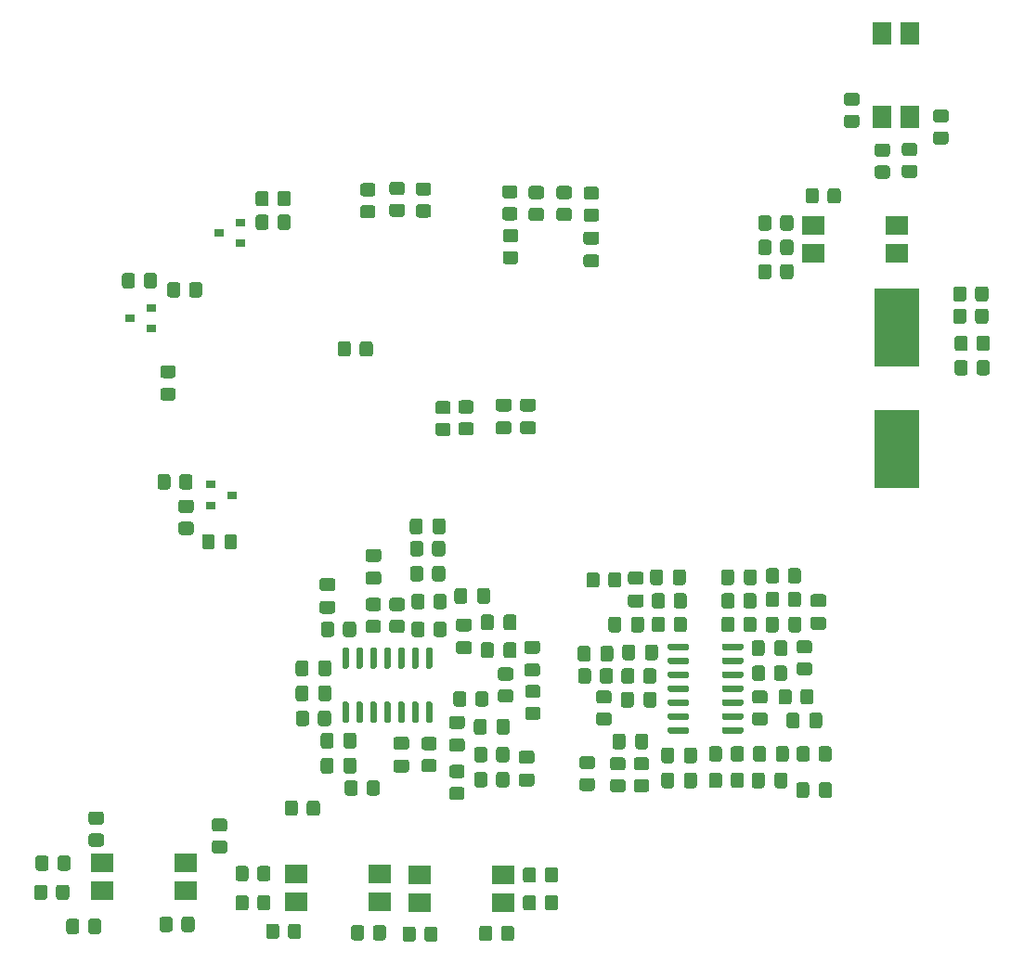
<source format=gbr>
%TF.GenerationSoftware,KiCad,Pcbnew,5.1.9-73d0e3b20d~88~ubuntu20.04.1*%
%TF.CreationDate,2021-04-06T10:54:45+03:00*%
%TF.ProjectId,hymRC,68796d52-432e-46b6-9963-61645f706362,rev?*%
%TF.SameCoordinates,Original*%
%TF.FileFunction,Paste,Bot*%
%TF.FilePolarity,Positive*%
%FSLAX46Y46*%
G04 Gerber Fmt 4.6, Leading zero omitted, Abs format (unit mm)*
G04 Created by KiCad (PCBNEW 5.1.9-73d0e3b20d~88~ubuntu20.04.1) date 2021-04-06 10:54:45*
%MOMM*%
%LPD*%
G01*
G04 APERTURE LIST*
%ADD10R,4.100000X7.175000*%
%ADD11R,2.000000X1.780000*%
%ADD12R,1.780000X2.000000*%
%ADD13R,0.900000X0.800000*%
G04 APERTURE END LIST*
%TO.C,U6*%
G36*
G01*
X85431500Y-91036000D02*
X85431500Y-91336000D01*
G75*
G02*
X85281500Y-91486000I-150000J0D01*
G01*
X83631500Y-91486000D01*
G75*
G02*
X83481500Y-91336000I0J150000D01*
G01*
X83481500Y-91036000D01*
G75*
G02*
X83631500Y-90886000I150000J0D01*
G01*
X85281500Y-90886000D01*
G75*
G02*
X85431500Y-91036000I0J-150000D01*
G01*
G37*
G36*
G01*
X85431500Y-92306000D02*
X85431500Y-92606000D01*
G75*
G02*
X85281500Y-92756000I-150000J0D01*
G01*
X83631500Y-92756000D01*
G75*
G02*
X83481500Y-92606000I0J150000D01*
G01*
X83481500Y-92306000D01*
G75*
G02*
X83631500Y-92156000I150000J0D01*
G01*
X85281500Y-92156000D01*
G75*
G02*
X85431500Y-92306000I0J-150000D01*
G01*
G37*
G36*
G01*
X85431500Y-93576000D02*
X85431500Y-93876000D01*
G75*
G02*
X85281500Y-94026000I-150000J0D01*
G01*
X83631500Y-94026000D01*
G75*
G02*
X83481500Y-93876000I0J150000D01*
G01*
X83481500Y-93576000D01*
G75*
G02*
X83631500Y-93426000I150000J0D01*
G01*
X85281500Y-93426000D01*
G75*
G02*
X85431500Y-93576000I0J-150000D01*
G01*
G37*
G36*
G01*
X85431500Y-94846000D02*
X85431500Y-95146000D01*
G75*
G02*
X85281500Y-95296000I-150000J0D01*
G01*
X83631500Y-95296000D01*
G75*
G02*
X83481500Y-95146000I0J150000D01*
G01*
X83481500Y-94846000D01*
G75*
G02*
X83631500Y-94696000I150000J0D01*
G01*
X85281500Y-94696000D01*
G75*
G02*
X85431500Y-94846000I0J-150000D01*
G01*
G37*
G36*
G01*
X85431500Y-96116000D02*
X85431500Y-96416000D01*
G75*
G02*
X85281500Y-96566000I-150000J0D01*
G01*
X83631500Y-96566000D01*
G75*
G02*
X83481500Y-96416000I0J150000D01*
G01*
X83481500Y-96116000D01*
G75*
G02*
X83631500Y-95966000I150000J0D01*
G01*
X85281500Y-95966000D01*
G75*
G02*
X85431500Y-96116000I0J-150000D01*
G01*
G37*
G36*
G01*
X85431500Y-97386000D02*
X85431500Y-97686000D01*
G75*
G02*
X85281500Y-97836000I-150000J0D01*
G01*
X83631500Y-97836000D01*
G75*
G02*
X83481500Y-97686000I0J150000D01*
G01*
X83481500Y-97386000D01*
G75*
G02*
X83631500Y-97236000I150000J0D01*
G01*
X85281500Y-97236000D01*
G75*
G02*
X85431500Y-97386000I0J-150000D01*
G01*
G37*
G36*
G01*
X85431500Y-98656000D02*
X85431500Y-98956000D01*
G75*
G02*
X85281500Y-99106000I-150000J0D01*
G01*
X83631500Y-99106000D01*
G75*
G02*
X83481500Y-98956000I0J150000D01*
G01*
X83481500Y-98656000D01*
G75*
G02*
X83631500Y-98506000I150000J0D01*
G01*
X85281500Y-98506000D01*
G75*
G02*
X85431500Y-98656000I0J-150000D01*
G01*
G37*
G36*
G01*
X90381500Y-98656000D02*
X90381500Y-98956000D01*
G75*
G02*
X90231500Y-99106000I-150000J0D01*
G01*
X88581500Y-99106000D01*
G75*
G02*
X88431500Y-98956000I0J150000D01*
G01*
X88431500Y-98656000D01*
G75*
G02*
X88581500Y-98506000I150000J0D01*
G01*
X90231500Y-98506000D01*
G75*
G02*
X90381500Y-98656000I0J-150000D01*
G01*
G37*
G36*
G01*
X90381500Y-97386000D02*
X90381500Y-97686000D01*
G75*
G02*
X90231500Y-97836000I-150000J0D01*
G01*
X88581500Y-97836000D01*
G75*
G02*
X88431500Y-97686000I0J150000D01*
G01*
X88431500Y-97386000D01*
G75*
G02*
X88581500Y-97236000I150000J0D01*
G01*
X90231500Y-97236000D01*
G75*
G02*
X90381500Y-97386000I0J-150000D01*
G01*
G37*
G36*
G01*
X90381500Y-96116000D02*
X90381500Y-96416000D01*
G75*
G02*
X90231500Y-96566000I-150000J0D01*
G01*
X88581500Y-96566000D01*
G75*
G02*
X88431500Y-96416000I0J150000D01*
G01*
X88431500Y-96116000D01*
G75*
G02*
X88581500Y-95966000I150000J0D01*
G01*
X90231500Y-95966000D01*
G75*
G02*
X90381500Y-96116000I0J-150000D01*
G01*
G37*
G36*
G01*
X90381500Y-94846000D02*
X90381500Y-95146000D01*
G75*
G02*
X90231500Y-95296000I-150000J0D01*
G01*
X88581500Y-95296000D01*
G75*
G02*
X88431500Y-95146000I0J150000D01*
G01*
X88431500Y-94846000D01*
G75*
G02*
X88581500Y-94696000I150000J0D01*
G01*
X90231500Y-94696000D01*
G75*
G02*
X90381500Y-94846000I0J-150000D01*
G01*
G37*
G36*
G01*
X90381500Y-93576000D02*
X90381500Y-93876000D01*
G75*
G02*
X90231500Y-94026000I-150000J0D01*
G01*
X88581500Y-94026000D01*
G75*
G02*
X88431500Y-93876000I0J150000D01*
G01*
X88431500Y-93576000D01*
G75*
G02*
X88581500Y-93426000I150000J0D01*
G01*
X90231500Y-93426000D01*
G75*
G02*
X90381500Y-93576000I0J-150000D01*
G01*
G37*
G36*
G01*
X90381500Y-92306000D02*
X90381500Y-92606000D01*
G75*
G02*
X90231500Y-92756000I-150000J0D01*
G01*
X88581500Y-92756000D01*
G75*
G02*
X88431500Y-92606000I0J150000D01*
G01*
X88431500Y-92306000D01*
G75*
G02*
X88581500Y-92156000I150000J0D01*
G01*
X90231500Y-92156000D01*
G75*
G02*
X90381500Y-92306000I0J-150000D01*
G01*
G37*
G36*
G01*
X90381500Y-91036000D02*
X90381500Y-91336000D01*
G75*
G02*
X90231500Y-91486000I-150000J0D01*
G01*
X88581500Y-91486000D01*
G75*
G02*
X88431500Y-91336000I0J150000D01*
G01*
X88431500Y-91036000D01*
G75*
G02*
X88581500Y-90886000I150000J0D01*
G01*
X90231500Y-90886000D01*
G75*
G02*
X90381500Y-91036000I0J-150000D01*
G01*
G37*
%TD*%
D10*
%TO.C,Y1*%
X104394000Y-73165000D03*
X104394000Y-62090000D03*
%TD*%
D11*
%TO.C,U14*%
X31877000Y-110934500D03*
X39497000Y-113474500D03*
X31877000Y-113474500D03*
X39497000Y-110934500D03*
%TD*%
%TO.C,U13*%
X49593500Y-111887000D03*
X57213500Y-114427000D03*
X49593500Y-114427000D03*
X57213500Y-111887000D03*
%TD*%
%TO.C,U11*%
X104394000Y-55245000D03*
X96774000Y-52705000D03*
X104394000Y-52705000D03*
X96774000Y-55245000D03*
%TD*%
%TO.C,U7*%
G36*
G01*
X61872000Y-93178500D02*
X61572000Y-93178500D01*
G75*
G02*
X61422000Y-93028500I0J150000D01*
G01*
X61422000Y-91378500D01*
G75*
G02*
X61572000Y-91228500I150000J0D01*
G01*
X61872000Y-91228500D01*
G75*
G02*
X62022000Y-91378500I0J-150000D01*
G01*
X62022000Y-93028500D01*
G75*
G02*
X61872000Y-93178500I-150000J0D01*
G01*
G37*
G36*
G01*
X60602000Y-93178500D02*
X60302000Y-93178500D01*
G75*
G02*
X60152000Y-93028500I0J150000D01*
G01*
X60152000Y-91378500D01*
G75*
G02*
X60302000Y-91228500I150000J0D01*
G01*
X60602000Y-91228500D01*
G75*
G02*
X60752000Y-91378500I0J-150000D01*
G01*
X60752000Y-93028500D01*
G75*
G02*
X60602000Y-93178500I-150000J0D01*
G01*
G37*
G36*
G01*
X59332000Y-93178500D02*
X59032000Y-93178500D01*
G75*
G02*
X58882000Y-93028500I0J150000D01*
G01*
X58882000Y-91378500D01*
G75*
G02*
X59032000Y-91228500I150000J0D01*
G01*
X59332000Y-91228500D01*
G75*
G02*
X59482000Y-91378500I0J-150000D01*
G01*
X59482000Y-93028500D01*
G75*
G02*
X59332000Y-93178500I-150000J0D01*
G01*
G37*
G36*
G01*
X58062000Y-93178500D02*
X57762000Y-93178500D01*
G75*
G02*
X57612000Y-93028500I0J150000D01*
G01*
X57612000Y-91378500D01*
G75*
G02*
X57762000Y-91228500I150000J0D01*
G01*
X58062000Y-91228500D01*
G75*
G02*
X58212000Y-91378500I0J-150000D01*
G01*
X58212000Y-93028500D01*
G75*
G02*
X58062000Y-93178500I-150000J0D01*
G01*
G37*
G36*
G01*
X56792000Y-93178500D02*
X56492000Y-93178500D01*
G75*
G02*
X56342000Y-93028500I0J150000D01*
G01*
X56342000Y-91378500D01*
G75*
G02*
X56492000Y-91228500I150000J0D01*
G01*
X56792000Y-91228500D01*
G75*
G02*
X56942000Y-91378500I0J-150000D01*
G01*
X56942000Y-93028500D01*
G75*
G02*
X56792000Y-93178500I-150000J0D01*
G01*
G37*
G36*
G01*
X55522000Y-93178500D02*
X55222000Y-93178500D01*
G75*
G02*
X55072000Y-93028500I0J150000D01*
G01*
X55072000Y-91378500D01*
G75*
G02*
X55222000Y-91228500I150000J0D01*
G01*
X55522000Y-91228500D01*
G75*
G02*
X55672000Y-91378500I0J-150000D01*
G01*
X55672000Y-93028500D01*
G75*
G02*
X55522000Y-93178500I-150000J0D01*
G01*
G37*
G36*
G01*
X54252000Y-93178500D02*
X53952000Y-93178500D01*
G75*
G02*
X53802000Y-93028500I0J150000D01*
G01*
X53802000Y-91378500D01*
G75*
G02*
X53952000Y-91228500I150000J0D01*
G01*
X54252000Y-91228500D01*
G75*
G02*
X54402000Y-91378500I0J-150000D01*
G01*
X54402000Y-93028500D01*
G75*
G02*
X54252000Y-93178500I-150000J0D01*
G01*
G37*
G36*
G01*
X54252000Y-98128500D02*
X53952000Y-98128500D01*
G75*
G02*
X53802000Y-97978500I0J150000D01*
G01*
X53802000Y-96328500D01*
G75*
G02*
X53952000Y-96178500I150000J0D01*
G01*
X54252000Y-96178500D01*
G75*
G02*
X54402000Y-96328500I0J-150000D01*
G01*
X54402000Y-97978500D01*
G75*
G02*
X54252000Y-98128500I-150000J0D01*
G01*
G37*
G36*
G01*
X55522000Y-98128500D02*
X55222000Y-98128500D01*
G75*
G02*
X55072000Y-97978500I0J150000D01*
G01*
X55072000Y-96328500D01*
G75*
G02*
X55222000Y-96178500I150000J0D01*
G01*
X55522000Y-96178500D01*
G75*
G02*
X55672000Y-96328500I0J-150000D01*
G01*
X55672000Y-97978500D01*
G75*
G02*
X55522000Y-98128500I-150000J0D01*
G01*
G37*
G36*
G01*
X56792000Y-98128500D02*
X56492000Y-98128500D01*
G75*
G02*
X56342000Y-97978500I0J150000D01*
G01*
X56342000Y-96328500D01*
G75*
G02*
X56492000Y-96178500I150000J0D01*
G01*
X56792000Y-96178500D01*
G75*
G02*
X56942000Y-96328500I0J-150000D01*
G01*
X56942000Y-97978500D01*
G75*
G02*
X56792000Y-98128500I-150000J0D01*
G01*
G37*
G36*
G01*
X58062000Y-98128500D02*
X57762000Y-98128500D01*
G75*
G02*
X57612000Y-97978500I0J150000D01*
G01*
X57612000Y-96328500D01*
G75*
G02*
X57762000Y-96178500I150000J0D01*
G01*
X58062000Y-96178500D01*
G75*
G02*
X58212000Y-96328500I0J-150000D01*
G01*
X58212000Y-97978500D01*
G75*
G02*
X58062000Y-98128500I-150000J0D01*
G01*
G37*
G36*
G01*
X59332000Y-98128500D02*
X59032000Y-98128500D01*
G75*
G02*
X58882000Y-97978500I0J150000D01*
G01*
X58882000Y-96328500D01*
G75*
G02*
X59032000Y-96178500I150000J0D01*
G01*
X59332000Y-96178500D01*
G75*
G02*
X59482000Y-96328500I0J-150000D01*
G01*
X59482000Y-97978500D01*
G75*
G02*
X59332000Y-98128500I-150000J0D01*
G01*
G37*
G36*
G01*
X60602000Y-98128500D02*
X60302000Y-98128500D01*
G75*
G02*
X60152000Y-97978500I0J150000D01*
G01*
X60152000Y-96328500D01*
G75*
G02*
X60302000Y-96178500I150000J0D01*
G01*
X60602000Y-96178500D01*
G75*
G02*
X60752000Y-96328500I0J-150000D01*
G01*
X60752000Y-97978500D01*
G75*
G02*
X60602000Y-98128500I-150000J0D01*
G01*
G37*
G36*
G01*
X61872000Y-98128500D02*
X61572000Y-98128500D01*
G75*
G02*
X61422000Y-97978500I0J150000D01*
G01*
X61422000Y-96328500D01*
G75*
G02*
X61572000Y-96178500I150000J0D01*
G01*
X61872000Y-96178500D01*
G75*
G02*
X62022000Y-96328500I0J-150000D01*
G01*
X62022000Y-97978500D01*
G75*
G02*
X61872000Y-98128500I-150000J0D01*
G01*
G37*
%TD*%
%TO.C,U5*%
X60833000Y-112014000D03*
X68453000Y-114554000D03*
X60833000Y-114554000D03*
X68453000Y-112014000D03*
%TD*%
D12*
%TO.C,U4*%
X105537000Y-35242500D03*
X102997000Y-42862500D03*
X102997000Y-35242500D03*
X105537000Y-42862500D03*
%TD*%
%TO.C,R107*%
G36*
G01*
X26905000Y-113151499D02*
X26905000Y-114051501D01*
G75*
G02*
X26655001Y-114301500I-249999J0D01*
G01*
X25954999Y-114301500D01*
G75*
G02*
X25705000Y-114051501I0J249999D01*
G01*
X25705000Y-113151499D01*
G75*
G02*
X25954999Y-112901500I249999J0D01*
G01*
X26655001Y-112901500D01*
G75*
G02*
X26905000Y-113151499I0J-249999D01*
G01*
G37*
G36*
G01*
X28905000Y-113151499D02*
X28905000Y-114051501D01*
G75*
G02*
X28655001Y-114301500I-249999J0D01*
G01*
X27954999Y-114301500D01*
G75*
G02*
X27705000Y-114051501I0J249999D01*
G01*
X27705000Y-113151499D01*
G75*
G02*
X27954999Y-112901500I249999J0D01*
G01*
X28655001Y-112901500D01*
G75*
G02*
X28905000Y-113151499I0J-249999D01*
G01*
G37*
%TD*%
%TO.C,R106*%
G36*
G01*
X27032000Y-110484499D02*
X27032000Y-111384501D01*
G75*
G02*
X26782001Y-111634500I-249999J0D01*
G01*
X26081999Y-111634500D01*
G75*
G02*
X25832000Y-111384501I0J249999D01*
G01*
X25832000Y-110484499D01*
G75*
G02*
X26081999Y-110234500I249999J0D01*
G01*
X26782001Y-110234500D01*
G75*
G02*
X27032000Y-110484499I0J-249999D01*
G01*
G37*
G36*
G01*
X29032000Y-110484499D02*
X29032000Y-111384501D01*
G75*
G02*
X28782001Y-111634500I-249999J0D01*
G01*
X28081999Y-111634500D01*
G75*
G02*
X27832000Y-111384501I0J249999D01*
G01*
X27832000Y-110484499D01*
G75*
G02*
X28081999Y-110234500I249999J0D01*
G01*
X28782001Y-110234500D01*
G75*
G02*
X29032000Y-110484499I0J-249999D01*
G01*
G37*
%TD*%
%TO.C,R105*%
G36*
G01*
X30626000Y-117163001D02*
X30626000Y-116262999D01*
G75*
G02*
X30875999Y-116013000I249999J0D01*
G01*
X31576001Y-116013000D01*
G75*
G02*
X31826000Y-116262999I0J-249999D01*
G01*
X31826000Y-117163001D01*
G75*
G02*
X31576001Y-117413000I-249999J0D01*
G01*
X30875999Y-117413000D01*
G75*
G02*
X30626000Y-117163001I0J249999D01*
G01*
G37*
G36*
G01*
X28626000Y-117163001D02*
X28626000Y-116262999D01*
G75*
G02*
X28875999Y-116013000I249999J0D01*
G01*
X29576001Y-116013000D01*
G75*
G02*
X29826000Y-116262999I0J-249999D01*
G01*
X29826000Y-117163001D01*
G75*
G02*
X29576001Y-117413000I-249999J0D01*
G01*
X28875999Y-117413000D01*
G75*
G02*
X28626000Y-117163001I0J249999D01*
G01*
G37*
%TD*%
%TO.C,R104*%
G36*
G01*
X31819001Y-107423000D02*
X30918999Y-107423000D01*
G75*
G02*
X30669000Y-107173001I0J249999D01*
G01*
X30669000Y-106472999D01*
G75*
G02*
X30918999Y-106223000I249999J0D01*
G01*
X31819001Y-106223000D01*
G75*
G02*
X32069000Y-106472999I0J-249999D01*
G01*
X32069000Y-107173001D01*
G75*
G02*
X31819001Y-107423000I-249999J0D01*
G01*
G37*
G36*
G01*
X31819001Y-109423000D02*
X30918999Y-109423000D01*
G75*
G02*
X30669000Y-109173001I0J249999D01*
G01*
X30669000Y-108472999D01*
G75*
G02*
X30918999Y-108223000I249999J0D01*
G01*
X31819001Y-108223000D01*
G75*
G02*
X32069000Y-108472999I0J-249999D01*
G01*
X32069000Y-109173001D01*
G75*
G02*
X31819001Y-109423000I-249999J0D01*
G01*
G37*
%TD*%
%TO.C,R103*%
G36*
G01*
X39135000Y-116972501D02*
X39135000Y-116072499D01*
G75*
G02*
X39384999Y-115822500I249999J0D01*
G01*
X40085001Y-115822500D01*
G75*
G02*
X40335000Y-116072499I0J-249999D01*
G01*
X40335000Y-116972501D01*
G75*
G02*
X40085001Y-117222500I-249999J0D01*
G01*
X39384999Y-117222500D01*
G75*
G02*
X39135000Y-116972501I0J249999D01*
G01*
G37*
G36*
G01*
X37135000Y-116972501D02*
X37135000Y-116072499D01*
G75*
G02*
X37384999Y-115822500I249999J0D01*
G01*
X38085001Y-115822500D01*
G75*
G02*
X38335000Y-116072499I0J-249999D01*
G01*
X38335000Y-116972501D01*
G75*
G02*
X38085001Y-117222500I-249999J0D01*
G01*
X37384999Y-117222500D01*
G75*
G02*
X37135000Y-116972501I0J249999D01*
G01*
G37*
%TD*%
%TO.C,R102*%
G36*
G01*
X55391000Y-64458001D02*
X55391000Y-63557999D01*
G75*
G02*
X55640999Y-63308000I249999J0D01*
G01*
X56341001Y-63308000D01*
G75*
G02*
X56591000Y-63557999I0J-249999D01*
G01*
X56591000Y-64458001D01*
G75*
G02*
X56341001Y-64708000I-249999J0D01*
G01*
X55640999Y-64708000D01*
G75*
G02*
X55391000Y-64458001I0J249999D01*
G01*
G37*
G36*
G01*
X53391000Y-64458001D02*
X53391000Y-63557999D01*
G75*
G02*
X53640999Y-63308000I249999J0D01*
G01*
X54341001Y-63308000D01*
G75*
G02*
X54591000Y-63557999I0J-249999D01*
G01*
X54591000Y-64458001D01*
G75*
G02*
X54341001Y-64708000I-249999J0D01*
G01*
X53640999Y-64708000D01*
G75*
G02*
X53391000Y-64458001I0J249999D01*
G01*
G37*
%TD*%
%TO.C,R101*%
G36*
G01*
X56584001Y-50082500D02*
X55683999Y-50082500D01*
G75*
G02*
X55434000Y-49832501I0J249999D01*
G01*
X55434000Y-49132499D01*
G75*
G02*
X55683999Y-48882500I249999J0D01*
G01*
X56584001Y-48882500D01*
G75*
G02*
X56834000Y-49132499I0J-249999D01*
G01*
X56834000Y-49832501D01*
G75*
G02*
X56584001Y-50082500I-249999J0D01*
G01*
G37*
G36*
G01*
X56584001Y-52082500D02*
X55683999Y-52082500D01*
G75*
G02*
X55434000Y-51832501I0J249999D01*
G01*
X55434000Y-51132499D01*
G75*
G02*
X55683999Y-50882500I249999J0D01*
G01*
X56584001Y-50882500D01*
G75*
G02*
X56834000Y-51132499I0J-249999D01*
G01*
X56834000Y-51832501D01*
G75*
G02*
X56584001Y-52082500I-249999J0D01*
G01*
G37*
%TD*%
%TO.C,R100*%
G36*
G01*
X59251001Y-49955500D02*
X58350999Y-49955500D01*
G75*
G02*
X58101000Y-49705501I0J249999D01*
G01*
X58101000Y-49005499D01*
G75*
G02*
X58350999Y-48755500I249999J0D01*
G01*
X59251001Y-48755500D01*
G75*
G02*
X59501000Y-49005499I0J-249999D01*
G01*
X59501000Y-49705501D01*
G75*
G02*
X59251001Y-49955500I-249999J0D01*
G01*
G37*
G36*
G01*
X59251001Y-51955500D02*
X58350999Y-51955500D01*
G75*
G02*
X58101000Y-51705501I0J249999D01*
G01*
X58101000Y-51005499D01*
G75*
G02*
X58350999Y-50755500I249999J0D01*
G01*
X59251001Y-50755500D01*
G75*
G02*
X59501000Y-51005499I0J-249999D01*
G01*
X59501000Y-51705501D01*
G75*
G02*
X59251001Y-51955500I-249999J0D01*
G01*
G37*
%TD*%
%TO.C,R99*%
G36*
G01*
X61664001Y-50019000D02*
X60763999Y-50019000D01*
G75*
G02*
X60514000Y-49769001I0J249999D01*
G01*
X60514000Y-49068999D01*
G75*
G02*
X60763999Y-48819000I249999J0D01*
G01*
X61664001Y-48819000D01*
G75*
G02*
X61914000Y-49068999I0J-249999D01*
G01*
X61914000Y-49769001D01*
G75*
G02*
X61664001Y-50019000I-249999J0D01*
G01*
G37*
G36*
G01*
X61664001Y-52019000D02*
X60763999Y-52019000D01*
G75*
G02*
X60514000Y-51769001I0J249999D01*
G01*
X60514000Y-51068999D01*
G75*
G02*
X60763999Y-50819000I249999J0D01*
G01*
X61664001Y-50819000D01*
G75*
G02*
X61914000Y-51068999I0J-249999D01*
G01*
X61914000Y-51769001D01*
G75*
G02*
X61664001Y-52019000I-249999J0D01*
G01*
G37*
%TD*%
%TO.C,R98*%
G36*
G01*
X45256500Y-114103999D02*
X45256500Y-115004001D01*
G75*
G02*
X45006501Y-115254000I-249999J0D01*
G01*
X44306499Y-115254000D01*
G75*
G02*
X44056500Y-115004001I0J249999D01*
G01*
X44056500Y-114103999D01*
G75*
G02*
X44306499Y-113854000I249999J0D01*
G01*
X45006501Y-113854000D01*
G75*
G02*
X45256500Y-114103999I0J-249999D01*
G01*
G37*
G36*
G01*
X47256500Y-114103999D02*
X47256500Y-115004001D01*
G75*
G02*
X47006501Y-115254000I-249999J0D01*
G01*
X46306499Y-115254000D01*
G75*
G02*
X46056500Y-115004001I0J249999D01*
G01*
X46056500Y-114103999D01*
G75*
G02*
X46306499Y-113854000I249999J0D01*
G01*
X47006501Y-113854000D01*
G75*
G02*
X47256500Y-114103999I0J-249999D01*
G01*
G37*
%TD*%
%TO.C,R97*%
G36*
G01*
X45256500Y-111436999D02*
X45256500Y-112337001D01*
G75*
G02*
X45006501Y-112587000I-249999J0D01*
G01*
X44306499Y-112587000D01*
G75*
G02*
X44056500Y-112337001I0J249999D01*
G01*
X44056500Y-111436999D01*
G75*
G02*
X44306499Y-111187000I249999J0D01*
G01*
X45006501Y-111187000D01*
G75*
G02*
X45256500Y-111436999I0J-249999D01*
G01*
G37*
G36*
G01*
X47256500Y-111436999D02*
X47256500Y-112337001D01*
G75*
G02*
X47006501Y-112587000I-249999J0D01*
G01*
X46306499Y-112587000D01*
G75*
G02*
X46056500Y-112337001I0J249999D01*
G01*
X46056500Y-111436999D01*
G75*
G02*
X46306499Y-111187000I249999J0D01*
G01*
X47006501Y-111187000D01*
G75*
G02*
X47256500Y-111436999I0J-249999D01*
G01*
G37*
%TD*%
%TO.C,R96*%
G36*
G01*
X48850500Y-117607501D02*
X48850500Y-116707499D01*
G75*
G02*
X49100499Y-116457500I249999J0D01*
G01*
X49800501Y-116457500D01*
G75*
G02*
X50050500Y-116707499I0J-249999D01*
G01*
X50050500Y-117607501D01*
G75*
G02*
X49800501Y-117857500I-249999J0D01*
G01*
X49100499Y-117857500D01*
G75*
G02*
X48850500Y-117607501I0J249999D01*
G01*
G37*
G36*
G01*
X46850500Y-117607501D02*
X46850500Y-116707499D01*
G75*
G02*
X47100499Y-116457500I249999J0D01*
G01*
X47800501Y-116457500D01*
G75*
G02*
X48050500Y-116707499I0J-249999D01*
G01*
X48050500Y-117607501D01*
G75*
G02*
X47800501Y-117857500I-249999J0D01*
G01*
X47100499Y-117857500D01*
G75*
G02*
X46850500Y-117607501I0J249999D01*
G01*
G37*
%TD*%
%TO.C,R95*%
G36*
G01*
X43058501Y-108058000D02*
X42158499Y-108058000D01*
G75*
G02*
X41908500Y-107808001I0J249999D01*
G01*
X41908500Y-107107999D01*
G75*
G02*
X42158499Y-106858000I249999J0D01*
G01*
X43058501Y-106858000D01*
G75*
G02*
X43308500Y-107107999I0J-249999D01*
G01*
X43308500Y-107808001D01*
G75*
G02*
X43058501Y-108058000I-249999J0D01*
G01*
G37*
G36*
G01*
X43058501Y-110058000D02*
X42158499Y-110058000D01*
G75*
G02*
X41908500Y-109808001I0J249999D01*
G01*
X41908500Y-109107999D01*
G75*
G02*
X42158499Y-108858000I249999J0D01*
G01*
X43058501Y-108858000D01*
G75*
G02*
X43308500Y-109107999I0J-249999D01*
G01*
X43308500Y-109808001D01*
G75*
G02*
X43058501Y-110058000I-249999J0D01*
G01*
G37*
%TD*%
%TO.C,R94*%
G36*
G01*
X56597500Y-117734501D02*
X56597500Y-116834499D01*
G75*
G02*
X56847499Y-116584500I249999J0D01*
G01*
X57547501Y-116584500D01*
G75*
G02*
X57797500Y-116834499I0J-249999D01*
G01*
X57797500Y-117734501D01*
G75*
G02*
X57547501Y-117984500I-249999J0D01*
G01*
X56847499Y-117984500D01*
G75*
G02*
X56597500Y-117734501I0J249999D01*
G01*
G37*
G36*
G01*
X54597500Y-117734501D02*
X54597500Y-116834499D01*
G75*
G02*
X54847499Y-116584500I249999J0D01*
G01*
X55547501Y-116584500D01*
G75*
G02*
X55797500Y-116834499I0J-249999D01*
G01*
X55797500Y-117734501D01*
G75*
G02*
X55547501Y-117984500I-249999J0D01*
G01*
X54847499Y-117984500D01*
G75*
G02*
X54597500Y-117734501I0J249999D01*
G01*
G37*
%TD*%
%TO.C,R88*%
G36*
G01*
X97263000Y-49587999D02*
X97263000Y-50488001D01*
G75*
G02*
X97013001Y-50738000I-249999J0D01*
G01*
X96312999Y-50738000D01*
G75*
G02*
X96063000Y-50488001I0J249999D01*
G01*
X96063000Y-49587999D01*
G75*
G02*
X96312999Y-49338000I249999J0D01*
G01*
X97013001Y-49338000D01*
G75*
G02*
X97263000Y-49587999I0J-249999D01*
G01*
G37*
G36*
G01*
X99263000Y-49587999D02*
X99263000Y-50488001D01*
G75*
G02*
X99013001Y-50738000I-249999J0D01*
G01*
X98312999Y-50738000D01*
G75*
G02*
X98063000Y-50488001I0J249999D01*
G01*
X98063000Y-49587999D01*
G75*
G02*
X98312999Y-49338000I249999J0D01*
G01*
X99013001Y-49338000D01*
G75*
G02*
X99263000Y-49587999I0J-249999D01*
G01*
G37*
%TD*%
%TO.C,R87*%
G36*
G01*
X92945000Y-56509499D02*
X92945000Y-57409501D01*
G75*
G02*
X92695001Y-57659500I-249999J0D01*
G01*
X91994999Y-57659500D01*
G75*
G02*
X91745000Y-57409501I0J249999D01*
G01*
X91745000Y-56509499D01*
G75*
G02*
X91994999Y-56259500I249999J0D01*
G01*
X92695001Y-56259500D01*
G75*
G02*
X92945000Y-56509499I0J-249999D01*
G01*
G37*
G36*
G01*
X94945000Y-56509499D02*
X94945000Y-57409501D01*
G75*
G02*
X94695001Y-57659500I-249999J0D01*
G01*
X93994999Y-57659500D01*
G75*
G02*
X93745000Y-57409501I0J249999D01*
G01*
X93745000Y-56509499D01*
G75*
G02*
X93994999Y-56259500I249999J0D01*
G01*
X94695001Y-56259500D01*
G75*
G02*
X94945000Y-56509499I0J-249999D01*
G01*
G37*
%TD*%
%TO.C,R86*%
G36*
G01*
X92945000Y-52064499D02*
X92945000Y-52964501D01*
G75*
G02*
X92695001Y-53214500I-249999J0D01*
G01*
X91994999Y-53214500D01*
G75*
G02*
X91745000Y-52964501I0J249999D01*
G01*
X91745000Y-52064499D01*
G75*
G02*
X91994999Y-51814500I249999J0D01*
G01*
X92695001Y-51814500D01*
G75*
G02*
X92945000Y-52064499I0J-249999D01*
G01*
G37*
G36*
G01*
X94945000Y-52064499D02*
X94945000Y-52964501D01*
G75*
G02*
X94695001Y-53214500I-249999J0D01*
G01*
X93994999Y-53214500D01*
G75*
G02*
X93745000Y-52964501I0J249999D01*
G01*
X93745000Y-52064499D01*
G75*
G02*
X93994999Y-51814500I249999J0D01*
G01*
X94695001Y-51814500D01*
G75*
G02*
X94945000Y-52064499I0J-249999D01*
G01*
G37*
%TD*%
%TO.C,R85*%
G36*
G01*
X92945000Y-54286999D02*
X92945000Y-55187001D01*
G75*
G02*
X92695001Y-55437000I-249999J0D01*
G01*
X91994999Y-55437000D01*
G75*
G02*
X91745000Y-55187001I0J249999D01*
G01*
X91745000Y-54286999D01*
G75*
G02*
X91994999Y-54037000I249999J0D01*
G01*
X92695001Y-54037000D01*
G75*
G02*
X92945000Y-54286999I0J-249999D01*
G01*
G37*
G36*
G01*
X94945000Y-54286999D02*
X94945000Y-55187001D01*
G75*
G02*
X94695001Y-55437000I-249999J0D01*
G01*
X93994999Y-55437000D01*
G75*
G02*
X93745000Y-55187001I0J249999D01*
G01*
X93745000Y-54286999D01*
G75*
G02*
X93994999Y-54037000I249999J0D01*
G01*
X94695001Y-54037000D01*
G75*
G02*
X94945000Y-54286999I0J-249999D01*
G01*
G37*
%TD*%
%TO.C,R80*%
G36*
G01*
X99816499Y-42627500D02*
X100716501Y-42627500D01*
G75*
G02*
X100966500Y-42877499I0J-249999D01*
G01*
X100966500Y-43577501D01*
G75*
G02*
X100716501Y-43827500I-249999J0D01*
G01*
X99816499Y-43827500D01*
G75*
G02*
X99566500Y-43577501I0J249999D01*
G01*
X99566500Y-42877499D01*
G75*
G02*
X99816499Y-42627500I249999J0D01*
G01*
G37*
G36*
G01*
X99816499Y-40627500D02*
X100716501Y-40627500D01*
G75*
G02*
X100966500Y-40877499I0J-249999D01*
G01*
X100966500Y-41577501D01*
G75*
G02*
X100716501Y-41827500I-249999J0D01*
G01*
X99816499Y-41827500D01*
G75*
G02*
X99566500Y-41577501I0J249999D01*
G01*
X99566500Y-40877499D01*
G75*
G02*
X99816499Y-40627500I249999J0D01*
G01*
G37*
%TD*%
%TO.C,R79*%
G36*
G01*
X107944499Y-44151500D02*
X108844501Y-44151500D01*
G75*
G02*
X109094500Y-44401499I0J-249999D01*
G01*
X109094500Y-45101501D01*
G75*
G02*
X108844501Y-45351500I-249999J0D01*
G01*
X107944499Y-45351500D01*
G75*
G02*
X107694500Y-45101501I0J249999D01*
G01*
X107694500Y-44401499D01*
G75*
G02*
X107944499Y-44151500I249999J0D01*
G01*
G37*
G36*
G01*
X107944499Y-42151500D02*
X108844501Y-42151500D01*
G75*
G02*
X109094500Y-42401499I0J-249999D01*
G01*
X109094500Y-43101501D01*
G75*
G02*
X108844501Y-43351500I-249999J0D01*
G01*
X107944499Y-43351500D01*
G75*
G02*
X107694500Y-43101501I0J249999D01*
G01*
X107694500Y-42401499D01*
G75*
G02*
X107944499Y-42151500I249999J0D01*
G01*
G37*
%TD*%
%TO.C,R76*%
G36*
G01*
X102610499Y-47263000D02*
X103510501Y-47263000D01*
G75*
G02*
X103760500Y-47512999I0J-249999D01*
G01*
X103760500Y-48213001D01*
G75*
G02*
X103510501Y-48463000I-249999J0D01*
G01*
X102610499Y-48463000D01*
G75*
G02*
X102360500Y-48213001I0J249999D01*
G01*
X102360500Y-47512999D01*
G75*
G02*
X102610499Y-47263000I249999J0D01*
G01*
G37*
G36*
G01*
X102610499Y-45263000D02*
X103510501Y-45263000D01*
G75*
G02*
X103760500Y-45512999I0J-249999D01*
G01*
X103760500Y-46213001D01*
G75*
G02*
X103510501Y-46463000I-249999J0D01*
G01*
X102610499Y-46463000D01*
G75*
G02*
X102360500Y-46213001I0J249999D01*
G01*
X102360500Y-45512999D01*
G75*
G02*
X102610499Y-45263000I249999J0D01*
G01*
G37*
%TD*%
%TO.C,R75*%
G36*
G01*
X105086999Y-47199500D02*
X105987001Y-47199500D01*
G75*
G02*
X106237000Y-47449499I0J-249999D01*
G01*
X106237000Y-48149501D01*
G75*
G02*
X105987001Y-48399500I-249999J0D01*
G01*
X105086999Y-48399500D01*
G75*
G02*
X104837000Y-48149501I0J249999D01*
G01*
X104837000Y-47449499D01*
G75*
G02*
X105086999Y-47199500I249999J0D01*
G01*
G37*
G36*
G01*
X105086999Y-45199500D02*
X105987001Y-45199500D01*
G75*
G02*
X106237000Y-45449499I0J-249999D01*
G01*
X106237000Y-46149501D01*
G75*
G02*
X105987001Y-46399500I-249999J0D01*
G01*
X105086999Y-46399500D01*
G75*
G02*
X104837000Y-46149501I0J249999D01*
G01*
X104837000Y-45449499D01*
G75*
G02*
X105086999Y-45199500I249999J0D01*
G01*
G37*
%TD*%
%TO.C,R74*%
G36*
G01*
X68281500Y-117798001D02*
X68281500Y-116897999D01*
G75*
G02*
X68531499Y-116648000I249999J0D01*
G01*
X69231501Y-116648000D01*
G75*
G02*
X69481500Y-116897999I0J-249999D01*
G01*
X69481500Y-117798001D01*
G75*
G02*
X69231501Y-118048000I-249999J0D01*
G01*
X68531499Y-118048000D01*
G75*
G02*
X68281500Y-117798001I0J249999D01*
G01*
G37*
G36*
G01*
X66281500Y-117798001D02*
X66281500Y-116897999D01*
G75*
G02*
X66531499Y-116648000I249999J0D01*
G01*
X67231501Y-116648000D01*
G75*
G02*
X67481500Y-116897999I0J-249999D01*
G01*
X67481500Y-117798001D01*
G75*
G02*
X67231501Y-118048000I-249999J0D01*
G01*
X66531499Y-118048000D01*
G75*
G02*
X66281500Y-117798001I0J249999D01*
G01*
G37*
%TD*%
%TO.C,R73*%
G36*
G01*
X60496500Y-116961499D02*
X60496500Y-117861501D01*
G75*
G02*
X60246501Y-118111500I-249999J0D01*
G01*
X59546499Y-118111500D01*
G75*
G02*
X59296500Y-117861501I0J249999D01*
G01*
X59296500Y-116961499D01*
G75*
G02*
X59546499Y-116711500I249999J0D01*
G01*
X60246501Y-116711500D01*
G75*
G02*
X60496500Y-116961499I0J-249999D01*
G01*
G37*
G36*
G01*
X62496500Y-116961499D02*
X62496500Y-117861501D01*
G75*
G02*
X62246501Y-118111500I-249999J0D01*
G01*
X61546499Y-118111500D01*
G75*
G02*
X61296500Y-117861501I0J249999D01*
G01*
X61296500Y-116961499D01*
G75*
G02*
X61546499Y-116711500I249999J0D01*
G01*
X62246501Y-116711500D01*
G75*
G02*
X62496500Y-116961499I0J-249999D01*
G01*
G37*
%TD*%
%TO.C,R72*%
G36*
G01*
X72282000Y-115004001D02*
X72282000Y-114103999D01*
G75*
G02*
X72531999Y-113854000I249999J0D01*
G01*
X73232001Y-113854000D01*
G75*
G02*
X73482000Y-114103999I0J-249999D01*
G01*
X73482000Y-115004001D01*
G75*
G02*
X73232001Y-115254000I-249999J0D01*
G01*
X72531999Y-115254000D01*
G75*
G02*
X72282000Y-115004001I0J249999D01*
G01*
G37*
G36*
G01*
X70282000Y-115004001D02*
X70282000Y-114103999D01*
G75*
G02*
X70531999Y-113854000I249999J0D01*
G01*
X71232001Y-113854000D01*
G75*
G02*
X71482000Y-114103999I0J-249999D01*
G01*
X71482000Y-115004001D01*
G75*
G02*
X71232001Y-115254000I-249999J0D01*
G01*
X70531999Y-115254000D01*
G75*
G02*
X70282000Y-115004001I0J249999D01*
G01*
G37*
%TD*%
%TO.C,R71*%
G36*
G01*
X72282000Y-112464001D02*
X72282000Y-111563999D01*
G75*
G02*
X72531999Y-111314000I249999J0D01*
G01*
X73232001Y-111314000D01*
G75*
G02*
X73482000Y-111563999I0J-249999D01*
G01*
X73482000Y-112464001D01*
G75*
G02*
X73232001Y-112714000I-249999J0D01*
G01*
X72531999Y-112714000D01*
G75*
G02*
X72282000Y-112464001I0J249999D01*
G01*
G37*
G36*
G01*
X70282000Y-112464001D02*
X70282000Y-111563999D01*
G75*
G02*
X70531999Y-111314000I249999J0D01*
G01*
X71232001Y-111314000D01*
G75*
G02*
X71482000Y-111563999I0J-249999D01*
G01*
X71482000Y-112464001D01*
G75*
G02*
X71232001Y-112714000I-249999J0D01*
G01*
X70531999Y-112714000D01*
G75*
G02*
X70282000Y-112464001I0J249999D01*
G01*
G37*
%TD*%
%TO.C,R70*%
G36*
G01*
X69538001Y-50273000D02*
X68637999Y-50273000D01*
G75*
G02*
X68388000Y-50023001I0J249999D01*
G01*
X68388000Y-49322999D01*
G75*
G02*
X68637999Y-49073000I249999J0D01*
G01*
X69538001Y-49073000D01*
G75*
G02*
X69788000Y-49322999I0J-249999D01*
G01*
X69788000Y-50023001D01*
G75*
G02*
X69538001Y-50273000I-249999J0D01*
G01*
G37*
G36*
G01*
X69538001Y-52273000D02*
X68637999Y-52273000D01*
G75*
G02*
X68388000Y-52023001I0J249999D01*
G01*
X68388000Y-51322999D01*
G75*
G02*
X68637999Y-51073000I249999J0D01*
G01*
X69538001Y-51073000D01*
G75*
G02*
X69788000Y-51322999I0J-249999D01*
G01*
X69788000Y-52023001D01*
G75*
G02*
X69538001Y-52273000I-249999J0D01*
G01*
G37*
%TD*%
%TO.C,R69*%
G36*
G01*
X71951001Y-50336500D02*
X71050999Y-50336500D01*
G75*
G02*
X70801000Y-50086501I0J249999D01*
G01*
X70801000Y-49386499D01*
G75*
G02*
X71050999Y-49136500I249999J0D01*
G01*
X71951001Y-49136500D01*
G75*
G02*
X72201000Y-49386499I0J-249999D01*
G01*
X72201000Y-50086501D01*
G75*
G02*
X71951001Y-50336500I-249999J0D01*
G01*
G37*
G36*
G01*
X71951001Y-52336500D02*
X71050999Y-52336500D01*
G75*
G02*
X70801000Y-52086501I0J249999D01*
G01*
X70801000Y-51386499D01*
G75*
G02*
X71050999Y-51136500I249999J0D01*
G01*
X71951001Y-51136500D01*
G75*
G02*
X72201000Y-51386499I0J-249999D01*
G01*
X72201000Y-52086501D01*
G75*
G02*
X71951001Y-52336500I-249999J0D01*
G01*
G37*
%TD*%
%TO.C,R68*%
G36*
G01*
X74491001Y-50336500D02*
X73590999Y-50336500D01*
G75*
G02*
X73341000Y-50086501I0J249999D01*
G01*
X73341000Y-49386499D01*
G75*
G02*
X73590999Y-49136500I249999J0D01*
G01*
X74491001Y-49136500D01*
G75*
G02*
X74741000Y-49386499I0J-249999D01*
G01*
X74741000Y-50086501D01*
G75*
G02*
X74491001Y-50336500I-249999J0D01*
G01*
G37*
G36*
G01*
X74491001Y-52336500D02*
X73590999Y-52336500D01*
G75*
G02*
X73341000Y-52086501I0J249999D01*
G01*
X73341000Y-51386499D01*
G75*
G02*
X73590999Y-51136500I249999J0D01*
G01*
X74491001Y-51136500D01*
G75*
G02*
X74741000Y-51386499I0J-249999D01*
G01*
X74741000Y-52086501D01*
G75*
G02*
X74491001Y-52336500I-249999J0D01*
G01*
G37*
%TD*%
%TO.C,R67*%
G36*
G01*
X76967501Y-50400000D02*
X76067499Y-50400000D01*
G75*
G02*
X75817500Y-50150001I0J249999D01*
G01*
X75817500Y-49449999D01*
G75*
G02*
X76067499Y-49200000I249999J0D01*
G01*
X76967501Y-49200000D01*
G75*
G02*
X77217500Y-49449999I0J-249999D01*
G01*
X77217500Y-50150001D01*
G75*
G02*
X76967501Y-50400000I-249999J0D01*
G01*
G37*
G36*
G01*
X76967501Y-52400000D02*
X76067499Y-52400000D01*
G75*
G02*
X75817500Y-52150001I0J249999D01*
G01*
X75817500Y-51449999D01*
G75*
G02*
X76067499Y-51200000I249999J0D01*
G01*
X76967501Y-51200000D01*
G75*
G02*
X77217500Y-51449999I0J-249999D01*
G01*
X77217500Y-52150001D01*
G75*
G02*
X76967501Y-52400000I-249999J0D01*
G01*
G37*
%TD*%
%TO.C,R66*%
G36*
G01*
X69601501Y-54273500D02*
X68701499Y-54273500D01*
G75*
G02*
X68451500Y-54023501I0J249999D01*
G01*
X68451500Y-53323499D01*
G75*
G02*
X68701499Y-53073500I249999J0D01*
G01*
X69601501Y-53073500D01*
G75*
G02*
X69851500Y-53323499I0J-249999D01*
G01*
X69851500Y-54023501D01*
G75*
G02*
X69601501Y-54273500I-249999J0D01*
G01*
G37*
G36*
G01*
X69601501Y-56273500D02*
X68701499Y-56273500D01*
G75*
G02*
X68451500Y-56023501I0J249999D01*
G01*
X68451500Y-55323499D01*
G75*
G02*
X68701499Y-55073500I249999J0D01*
G01*
X69601501Y-55073500D01*
G75*
G02*
X69851500Y-55323499I0J-249999D01*
G01*
X69851500Y-56023501D01*
G75*
G02*
X69601501Y-56273500I-249999J0D01*
G01*
G37*
%TD*%
%TO.C,R65*%
G36*
G01*
X79380501Y-102470000D02*
X78480499Y-102470000D01*
G75*
G02*
X78230500Y-102220001I0J249999D01*
G01*
X78230500Y-101519999D01*
G75*
G02*
X78480499Y-101270000I249999J0D01*
G01*
X79380501Y-101270000D01*
G75*
G02*
X79630500Y-101519999I0J-249999D01*
G01*
X79630500Y-102220001D01*
G75*
G02*
X79380501Y-102470000I-249999J0D01*
G01*
G37*
G36*
G01*
X79380501Y-104470000D02*
X78480499Y-104470000D01*
G75*
G02*
X78230500Y-104220001I0J249999D01*
G01*
X78230500Y-103519999D01*
G75*
G02*
X78480499Y-103270000I249999J0D01*
G01*
X79380501Y-103270000D01*
G75*
G02*
X79630500Y-103519999I0J-249999D01*
G01*
X79630500Y-104220001D01*
G75*
G02*
X79380501Y-104470000I-249999J0D01*
G01*
G37*
%TD*%
%TO.C,R64*%
G36*
G01*
X89236500Y-101415001D02*
X89236500Y-100514999D01*
G75*
G02*
X89486499Y-100265000I249999J0D01*
G01*
X90186501Y-100265000D01*
G75*
G02*
X90436500Y-100514999I0J-249999D01*
G01*
X90436500Y-101415001D01*
G75*
G02*
X90186501Y-101665000I-249999J0D01*
G01*
X89486499Y-101665000D01*
G75*
G02*
X89236500Y-101415001I0J249999D01*
G01*
G37*
G36*
G01*
X87236500Y-101415001D02*
X87236500Y-100514999D01*
G75*
G02*
X87486499Y-100265000I249999J0D01*
G01*
X88186501Y-100265000D01*
G75*
G02*
X88436500Y-100514999I0J-249999D01*
G01*
X88436500Y-101415001D01*
G75*
G02*
X88186501Y-101665000I-249999J0D01*
G01*
X87486499Y-101665000D01*
G75*
G02*
X87236500Y-101415001I0J249999D01*
G01*
G37*
%TD*%
%TO.C,R63*%
G36*
G01*
X81539501Y-102470000D02*
X80639499Y-102470000D01*
G75*
G02*
X80389500Y-102220001I0J249999D01*
G01*
X80389500Y-101519999D01*
G75*
G02*
X80639499Y-101270000I249999J0D01*
G01*
X81539501Y-101270000D01*
G75*
G02*
X81789500Y-101519999I0J-249999D01*
G01*
X81789500Y-102220001D01*
G75*
G02*
X81539501Y-102470000I-249999J0D01*
G01*
G37*
G36*
G01*
X81539501Y-104470000D02*
X80639499Y-104470000D01*
G75*
G02*
X80389500Y-104220001I0J249999D01*
G01*
X80389500Y-103519999D01*
G75*
G02*
X80639499Y-103270000I249999J0D01*
G01*
X81539501Y-103270000D01*
G75*
G02*
X81789500Y-103519999I0J-249999D01*
G01*
X81789500Y-104220001D01*
G75*
G02*
X81539501Y-104470000I-249999J0D01*
G01*
G37*
%TD*%
%TO.C,R62*%
G36*
G01*
X88436500Y-102927999D02*
X88436500Y-103828001D01*
G75*
G02*
X88186501Y-104078000I-249999J0D01*
G01*
X87486499Y-104078000D01*
G75*
G02*
X87236500Y-103828001I0J249999D01*
G01*
X87236500Y-102927999D01*
G75*
G02*
X87486499Y-102678000I249999J0D01*
G01*
X88186501Y-102678000D01*
G75*
G02*
X88436500Y-102927999I0J-249999D01*
G01*
G37*
G36*
G01*
X90436500Y-102927999D02*
X90436500Y-103828001D01*
G75*
G02*
X90186501Y-104078000I-249999J0D01*
G01*
X89486499Y-104078000D01*
G75*
G02*
X89236500Y-103828001I0J249999D01*
G01*
X89236500Y-102927999D01*
G75*
G02*
X89486499Y-102678000I249999J0D01*
G01*
X90186501Y-102678000D01*
G75*
G02*
X90436500Y-102927999I0J-249999D01*
G01*
G37*
%TD*%
%TO.C,R61*%
G36*
G01*
X97237500Y-101415001D02*
X97237500Y-100514999D01*
G75*
G02*
X97487499Y-100265000I249999J0D01*
G01*
X98187501Y-100265000D01*
G75*
G02*
X98437500Y-100514999I0J-249999D01*
G01*
X98437500Y-101415001D01*
G75*
G02*
X98187501Y-101665000I-249999J0D01*
G01*
X97487499Y-101665000D01*
G75*
G02*
X97237500Y-101415001I0J249999D01*
G01*
G37*
G36*
G01*
X95237500Y-101415001D02*
X95237500Y-100514999D01*
G75*
G02*
X95487499Y-100265000I249999J0D01*
G01*
X96187501Y-100265000D01*
G75*
G02*
X96437500Y-100514999I0J-249999D01*
G01*
X96437500Y-101415001D01*
G75*
G02*
X96187501Y-101665000I-249999J0D01*
G01*
X95487499Y-101665000D01*
G75*
G02*
X95237500Y-101415001I0J249999D01*
G01*
G37*
%TD*%
%TO.C,R60*%
G36*
G01*
X78060500Y-85540001D02*
X78060500Y-84639999D01*
G75*
G02*
X78310499Y-84390000I249999J0D01*
G01*
X79010501Y-84390000D01*
G75*
G02*
X79260500Y-84639999I0J-249999D01*
G01*
X79260500Y-85540001D01*
G75*
G02*
X79010501Y-85790000I-249999J0D01*
G01*
X78310499Y-85790000D01*
G75*
G02*
X78060500Y-85540001I0J249999D01*
G01*
G37*
G36*
G01*
X76060500Y-85540001D02*
X76060500Y-84639999D01*
G75*
G02*
X76310499Y-84390000I249999J0D01*
G01*
X77010501Y-84390000D01*
G75*
G02*
X77260500Y-84639999I0J-249999D01*
G01*
X77260500Y-85540001D01*
G75*
G02*
X77010501Y-85790000I-249999J0D01*
G01*
X76310499Y-85790000D01*
G75*
G02*
X76060500Y-85540001I0J249999D01*
G01*
G37*
%TD*%
%TO.C,R59*%
G36*
G01*
X95498499Y-92602000D02*
X96398501Y-92602000D01*
G75*
G02*
X96648500Y-92851999I0J-249999D01*
G01*
X96648500Y-93552001D01*
G75*
G02*
X96398501Y-93802000I-249999J0D01*
G01*
X95498499Y-93802000D01*
G75*
G02*
X95248500Y-93552001I0J249999D01*
G01*
X95248500Y-92851999D01*
G75*
G02*
X95498499Y-92602000I249999J0D01*
G01*
G37*
G36*
G01*
X95498499Y-90602000D02*
X96398501Y-90602000D01*
G75*
G02*
X96648500Y-90851999I0J-249999D01*
G01*
X96648500Y-91552001D01*
G75*
G02*
X96398501Y-91802000I-249999J0D01*
G01*
X95498499Y-91802000D01*
G75*
G02*
X95248500Y-91552001I0J249999D01*
G01*
X95248500Y-90851999D01*
G75*
G02*
X95498499Y-90602000I249999J0D01*
G01*
G37*
%TD*%
%TO.C,R58*%
G36*
G01*
X94443500Y-87318001D02*
X94443500Y-86417999D01*
G75*
G02*
X94693499Y-86168000I249999J0D01*
G01*
X95393501Y-86168000D01*
G75*
G02*
X95643500Y-86417999I0J-249999D01*
G01*
X95643500Y-87318001D01*
G75*
G02*
X95393501Y-87568000I-249999J0D01*
G01*
X94693499Y-87568000D01*
G75*
G02*
X94443500Y-87318001I0J249999D01*
G01*
G37*
G36*
G01*
X92443500Y-87318001D02*
X92443500Y-86417999D01*
G75*
G02*
X92693499Y-86168000I249999J0D01*
G01*
X93393501Y-86168000D01*
G75*
G02*
X93643500Y-86417999I0J-249999D01*
G01*
X93643500Y-87318001D01*
G75*
G02*
X93393501Y-87568000I-249999J0D01*
G01*
X92693499Y-87568000D01*
G75*
G02*
X92443500Y-87318001I0J249999D01*
G01*
G37*
%TD*%
%TO.C,R57*%
G36*
G01*
X90379500Y-87445001D02*
X90379500Y-86544999D01*
G75*
G02*
X90629499Y-86295000I249999J0D01*
G01*
X91329501Y-86295000D01*
G75*
G02*
X91579500Y-86544999I0J-249999D01*
G01*
X91579500Y-87445001D01*
G75*
G02*
X91329501Y-87695000I-249999J0D01*
G01*
X90629499Y-87695000D01*
G75*
G02*
X90379500Y-87445001I0J249999D01*
G01*
G37*
G36*
G01*
X88379500Y-87445001D02*
X88379500Y-86544999D01*
G75*
G02*
X88629499Y-86295000I249999J0D01*
G01*
X89329501Y-86295000D01*
G75*
G02*
X89579500Y-86544999I0J-249999D01*
G01*
X89579500Y-87445001D01*
G75*
G02*
X89329501Y-87695000I-249999J0D01*
G01*
X88629499Y-87695000D01*
G75*
G02*
X88379500Y-87445001I0J249999D01*
G01*
G37*
%TD*%
%TO.C,R56*%
G36*
G01*
X89579500Y-88703999D02*
X89579500Y-89604001D01*
G75*
G02*
X89329501Y-89854000I-249999J0D01*
G01*
X88629499Y-89854000D01*
G75*
G02*
X88379500Y-89604001I0J249999D01*
G01*
X88379500Y-88703999D01*
G75*
G02*
X88629499Y-88454000I249999J0D01*
G01*
X89329501Y-88454000D01*
G75*
G02*
X89579500Y-88703999I0J-249999D01*
G01*
G37*
G36*
G01*
X91579500Y-88703999D02*
X91579500Y-89604001D01*
G75*
G02*
X91329501Y-89854000I-249999J0D01*
G01*
X90629499Y-89854000D01*
G75*
G02*
X90379500Y-89604001I0J249999D01*
G01*
X90379500Y-88703999D01*
G75*
G02*
X90629499Y-88454000I249999J0D01*
G01*
X91329501Y-88454000D01*
G75*
G02*
X91579500Y-88703999I0J-249999D01*
G01*
G37*
%TD*%
%TO.C,R55*%
G36*
G01*
X84029500Y-87445001D02*
X84029500Y-86544999D01*
G75*
G02*
X84279499Y-86295000I249999J0D01*
G01*
X84979501Y-86295000D01*
G75*
G02*
X85229500Y-86544999I0J-249999D01*
G01*
X85229500Y-87445001D01*
G75*
G02*
X84979501Y-87695000I-249999J0D01*
G01*
X84279499Y-87695000D01*
G75*
G02*
X84029500Y-87445001I0J249999D01*
G01*
G37*
G36*
G01*
X82029500Y-87445001D02*
X82029500Y-86544999D01*
G75*
G02*
X82279499Y-86295000I249999J0D01*
G01*
X82979501Y-86295000D01*
G75*
G02*
X83229500Y-86544999I0J-249999D01*
G01*
X83229500Y-87445001D01*
G75*
G02*
X82979501Y-87695000I-249999J0D01*
G01*
X82279499Y-87695000D01*
G75*
G02*
X82029500Y-87445001I0J249999D01*
G01*
G37*
%TD*%
%TO.C,R54*%
G36*
G01*
X83229500Y-88703999D02*
X83229500Y-89604001D01*
G75*
G02*
X82979501Y-89854000I-249999J0D01*
G01*
X82279499Y-89854000D01*
G75*
G02*
X82029500Y-89604001I0J249999D01*
G01*
X82029500Y-88703999D01*
G75*
G02*
X82279499Y-88454000I249999J0D01*
G01*
X82979501Y-88454000D01*
G75*
G02*
X83229500Y-88703999I0J-249999D01*
G01*
G37*
G36*
G01*
X85229500Y-88703999D02*
X85229500Y-89604001D01*
G75*
G02*
X84979501Y-89854000I-249999J0D01*
G01*
X84279499Y-89854000D01*
G75*
G02*
X84029500Y-89604001I0J249999D01*
G01*
X84029500Y-88703999D01*
G75*
G02*
X84279499Y-88454000I249999J0D01*
G01*
X84979501Y-88454000D01*
G75*
G02*
X85229500Y-88703999I0J-249999D01*
G01*
G37*
%TD*%
%TO.C,R53*%
G36*
G01*
X93173500Y-94049001D02*
X93173500Y-93148999D01*
G75*
G02*
X93423499Y-92899000I249999J0D01*
G01*
X94123501Y-92899000D01*
G75*
G02*
X94373500Y-93148999I0J-249999D01*
G01*
X94373500Y-94049001D01*
G75*
G02*
X94123501Y-94299000I-249999J0D01*
G01*
X93423499Y-94299000D01*
G75*
G02*
X93173500Y-94049001I0J249999D01*
G01*
G37*
G36*
G01*
X91173500Y-94049001D02*
X91173500Y-93148999D01*
G75*
G02*
X91423499Y-92899000I249999J0D01*
G01*
X92123501Y-92899000D01*
G75*
G02*
X92373500Y-93148999I0J-249999D01*
G01*
X92373500Y-94049001D01*
G75*
G02*
X92123501Y-94299000I-249999J0D01*
G01*
X91423499Y-94299000D01*
G75*
G02*
X91173500Y-94049001I0J249999D01*
G01*
G37*
%TD*%
%TO.C,R52*%
G36*
G01*
X80451500Y-93402999D02*
X80451500Y-94303001D01*
G75*
G02*
X80201501Y-94553000I-249999J0D01*
G01*
X79501499Y-94553000D01*
G75*
G02*
X79251500Y-94303001I0J249999D01*
G01*
X79251500Y-93402999D01*
G75*
G02*
X79501499Y-93153000I249999J0D01*
G01*
X80201501Y-93153000D01*
G75*
G02*
X80451500Y-93402999I0J-249999D01*
G01*
G37*
G36*
G01*
X82451500Y-93402999D02*
X82451500Y-94303001D01*
G75*
G02*
X82201501Y-94553000I-249999J0D01*
G01*
X81501499Y-94553000D01*
G75*
G02*
X81251500Y-94303001I0J249999D01*
G01*
X81251500Y-93402999D01*
G75*
G02*
X81501499Y-93153000I249999J0D01*
G01*
X82201501Y-93153000D01*
G75*
G02*
X82451500Y-93402999I0J-249999D01*
G01*
G37*
%TD*%
%TO.C,R51*%
G36*
G01*
X92334501Y-96374000D02*
X91434499Y-96374000D01*
G75*
G02*
X91184500Y-96124001I0J249999D01*
G01*
X91184500Y-95423999D01*
G75*
G02*
X91434499Y-95174000I249999J0D01*
G01*
X92334501Y-95174000D01*
G75*
G02*
X92584500Y-95423999I0J-249999D01*
G01*
X92584500Y-96124001D01*
G75*
G02*
X92334501Y-96374000I-249999J0D01*
G01*
G37*
G36*
G01*
X92334501Y-98374000D02*
X91434499Y-98374000D01*
G75*
G02*
X91184500Y-98124001I0J249999D01*
G01*
X91184500Y-97423999D01*
G75*
G02*
X91434499Y-97174000I249999J0D01*
G01*
X92334501Y-97174000D01*
G75*
G02*
X92584500Y-97423999I0J-249999D01*
G01*
X92584500Y-98124001D01*
G75*
G02*
X92334501Y-98374000I-249999J0D01*
G01*
G37*
%TD*%
%TO.C,R50*%
G36*
G01*
X78110501Y-96374000D02*
X77210499Y-96374000D01*
G75*
G02*
X76960500Y-96124001I0J249999D01*
G01*
X76960500Y-95423999D01*
G75*
G02*
X77210499Y-95174000I249999J0D01*
G01*
X78110501Y-95174000D01*
G75*
G02*
X78360500Y-95423999I0J-249999D01*
G01*
X78360500Y-96124001D01*
G75*
G02*
X78110501Y-96374000I-249999J0D01*
G01*
G37*
G36*
G01*
X78110501Y-98374000D02*
X77210499Y-98374000D01*
G75*
G02*
X76960500Y-98124001I0J249999D01*
G01*
X76960500Y-97423999D01*
G75*
G02*
X77210499Y-97174000I249999J0D01*
G01*
X78110501Y-97174000D01*
G75*
G02*
X78360500Y-97423999I0J-249999D01*
G01*
X78360500Y-98124001D01*
G75*
G02*
X78110501Y-98374000I-249999J0D01*
G01*
G37*
%TD*%
%TO.C,R49*%
G36*
G01*
X95586500Y-96208001D02*
X95586500Y-95307999D01*
G75*
G02*
X95836499Y-95058000I249999J0D01*
G01*
X96536501Y-95058000D01*
G75*
G02*
X96786500Y-95307999I0J-249999D01*
G01*
X96786500Y-96208001D01*
G75*
G02*
X96536501Y-96458000I-249999J0D01*
G01*
X95836499Y-96458000D01*
G75*
G02*
X95586500Y-96208001I0J249999D01*
G01*
G37*
G36*
G01*
X93586500Y-96208001D02*
X93586500Y-95307999D01*
G75*
G02*
X93836499Y-95058000I249999J0D01*
G01*
X94536501Y-95058000D01*
G75*
G02*
X94786500Y-95307999I0J-249999D01*
G01*
X94786500Y-96208001D01*
G75*
G02*
X94536501Y-96458000I-249999J0D01*
G01*
X93836499Y-96458000D01*
G75*
G02*
X93586500Y-96208001I0J249999D01*
G01*
G37*
%TD*%
%TO.C,R48*%
G36*
G01*
X76498500Y-93402999D02*
X76498500Y-94303001D01*
G75*
G02*
X76248501Y-94553000I-249999J0D01*
G01*
X75548499Y-94553000D01*
G75*
G02*
X75298500Y-94303001I0J249999D01*
G01*
X75298500Y-93402999D01*
G75*
G02*
X75548499Y-93153000I249999J0D01*
G01*
X76248501Y-93153000D01*
G75*
G02*
X76498500Y-93402999I0J-249999D01*
G01*
G37*
G36*
G01*
X78498500Y-93402999D02*
X78498500Y-94303001D01*
G75*
G02*
X78248501Y-94553000I-249999J0D01*
G01*
X77548499Y-94553000D01*
G75*
G02*
X77298500Y-94303001I0J249999D01*
G01*
X77298500Y-93402999D01*
G75*
G02*
X77548499Y-93153000I249999J0D01*
G01*
X78248501Y-93153000D01*
G75*
G02*
X78498500Y-93402999I0J-249999D01*
G01*
G37*
%TD*%
%TO.C,R47*%
G36*
G01*
X76586501Y-102359000D02*
X75686499Y-102359000D01*
G75*
G02*
X75436500Y-102109001I0J249999D01*
G01*
X75436500Y-101408999D01*
G75*
G02*
X75686499Y-101159000I249999J0D01*
G01*
X76586501Y-101159000D01*
G75*
G02*
X76836500Y-101408999I0J-249999D01*
G01*
X76836500Y-102109001D01*
G75*
G02*
X76586501Y-102359000I-249999J0D01*
G01*
G37*
G36*
G01*
X76586501Y-104359000D02*
X75686499Y-104359000D01*
G75*
G02*
X75436500Y-104109001I0J249999D01*
G01*
X75436500Y-103408999D01*
G75*
G02*
X75686499Y-103159000I249999J0D01*
G01*
X76586501Y-103159000D01*
G75*
G02*
X76836500Y-103408999I0J-249999D01*
G01*
X76836500Y-104109001D01*
G75*
G02*
X76586501Y-104359000I-249999J0D01*
G01*
G37*
%TD*%
%TO.C,R46*%
G36*
G01*
X94443500Y-85159001D02*
X94443500Y-84258999D01*
G75*
G02*
X94693499Y-84009000I249999J0D01*
G01*
X95393501Y-84009000D01*
G75*
G02*
X95643500Y-84258999I0J-249999D01*
G01*
X95643500Y-85159001D01*
G75*
G02*
X95393501Y-85409000I-249999J0D01*
G01*
X94693499Y-85409000D01*
G75*
G02*
X94443500Y-85159001I0J249999D01*
G01*
G37*
G36*
G01*
X92443500Y-85159001D02*
X92443500Y-84258999D01*
G75*
G02*
X92693499Y-84009000I249999J0D01*
G01*
X93393501Y-84009000D01*
G75*
G02*
X93643500Y-84258999I0J-249999D01*
G01*
X93643500Y-85159001D01*
G75*
G02*
X93393501Y-85409000I-249999J0D01*
G01*
X92693499Y-85409000D01*
G75*
G02*
X92443500Y-85159001I0J249999D01*
G01*
G37*
%TD*%
%TO.C,R45*%
G36*
G01*
X47898000Y-52901001D02*
X47898000Y-52000999D01*
G75*
G02*
X48147999Y-51751000I249999J0D01*
G01*
X48848001Y-51751000D01*
G75*
G02*
X49098000Y-52000999I0J-249999D01*
G01*
X49098000Y-52901001D01*
G75*
G02*
X48848001Y-53151000I-249999J0D01*
G01*
X48147999Y-53151000D01*
G75*
G02*
X47898000Y-52901001I0J249999D01*
G01*
G37*
G36*
G01*
X45898000Y-52901001D02*
X45898000Y-52000999D01*
G75*
G02*
X46147999Y-51751000I249999J0D01*
G01*
X46848001Y-51751000D01*
G75*
G02*
X47098000Y-52000999I0J-249999D01*
G01*
X47098000Y-52901001D01*
G75*
G02*
X46848001Y-53151000I-249999J0D01*
G01*
X46147999Y-53151000D01*
G75*
G02*
X45898000Y-52901001I0J249999D01*
G01*
G37*
%TD*%
%TO.C,R44*%
G36*
G01*
X47898000Y-50742001D02*
X47898000Y-49841999D01*
G75*
G02*
X48147999Y-49592000I249999J0D01*
G01*
X48848001Y-49592000D01*
G75*
G02*
X49098000Y-49841999I0J-249999D01*
G01*
X49098000Y-50742001D01*
G75*
G02*
X48848001Y-50992000I-249999J0D01*
G01*
X48147999Y-50992000D01*
G75*
G02*
X47898000Y-50742001I0J249999D01*
G01*
G37*
G36*
G01*
X45898000Y-50742001D02*
X45898000Y-49841999D01*
G75*
G02*
X46147999Y-49592000I249999J0D01*
G01*
X46848001Y-49592000D01*
G75*
G02*
X47098000Y-49841999I0J-249999D01*
G01*
X47098000Y-50742001D01*
G75*
G02*
X46848001Y-50992000I-249999J0D01*
G01*
X46147999Y-50992000D01*
G75*
G02*
X45898000Y-50742001I0J249999D01*
G01*
G37*
%TD*%
%TO.C,R43*%
G36*
G01*
X53067000Y-89148499D02*
X53067000Y-90048501D01*
G75*
G02*
X52817001Y-90298500I-249999J0D01*
G01*
X52116999Y-90298500D01*
G75*
G02*
X51867000Y-90048501I0J249999D01*
G01*
X51867000Y-89148499D01*
G75*
G02*
X52116999Y-88898500I249999J0D01*
G01*
X52817001Y-88898500D01*
G75*
G02*
X53067000Y-89148499I0J-249999D01*
G01*
G37*
G36*
G01*
X55067000Y-89148499D02*
X55067000Y-90048501D01*
G75*
G02*
X54817001Y-90298500I-249999J0D01*
G01*
X54116999Y-90298500D01*
G75*
G02*
X53867000Y-90048501I0J249999D01*
G01*
X53867000Y-89148499D01*
G75*
G02*
X54116999Y-88898500I249999J0D01*
G01*
X54817001Y-88898500D01*
G75*
G02*
X55067000Y-89148499I0J-249999D01*
G01*
G37*
%TD*%
%TO.C,R42*%
G36*
G01*
X56191999Y-88728500D02*
X57092001Y-88728500D01*
G75*
G02*
X57342000Y-88978499I0J-249999D01*
G01*
X57342000Y-89678501D01*
G75*
G02*
X57092001Y-89928500I-249999J0D01*
G01*
X56191999Y-89928500D01*
G75*
G02*
X55942000Y-89678501I0J249999D01*
G01*
X55942000Y-88978499D01*
G75*
G02*
X56191999Y-88728500I249999J0D01*
G01*
G37*
G36*
G01*
X56191999Y-86728500D02*
X57092001Y-86728500D01*
G75*
G02*
X57342000Y-86978499I0J-249999D01*
G01*
X57342000Y-87678501D01*
G75*
G02*
X57092001Y-87928500I-249999J0D01*
G01*
X56191999Y-87928500D01*
G75*
G02*
X55942000Y-87678501I0J249999D01*
G01*
X55942000Y-86978499D01*
G75*
G02*
X56191999Y-86728500I249999J0D01*
G01*
G37*
%TD*%
%TO.C,R40*%
G36*
G01*
X50565000Y-106368001D02*
X50565000Y-105467999D01*
G75*
G02*
X50814999Y-105218000I249999J0D01*
G01*
X51515001Y-105218000D01*
G75*
G02*
X51765000Y-105467999I0J-249999D01*
G01*
X51765000Y-106368001D01*
G75*
G02*
X51515001Y-106618000I-249999J0D01*
G01*
X50814999Y-106618000D01*
G75*
G02*
X50565000Y-106368001I0J249999D01*
G01*
G37*
G36*
G01*
X48565000Y-106368001D02*
X48565000Y-105467999D01*
G75*
G02*
X48814999Y-105218000I249999J0D01*
G01*
X49515001Y-105218000D01*
G75*
G02*
X49765000Y-105467999I0J-249999D01*
G01*
X49765000Y-106368001D01*
G75*
G02*
X49515001Y-106618000I-249999J0D01*
G01*
X48814999Y-106618000D01*
G75*
G02*
X48565000Y-106368001I0J249999D01*
G01*
G37*
%TD*%
%TO.C,R39*%
G36*
G01*
X61322000Y-86608499D02*
X61322000Y-87508501D01*
G75*
G02*
X61072001Y-87758500I-249999J0D01*
G01*
X60371999Y-87758500D01*
G75*
G02*
X60122000Y-87508501I0J249999D01*
G01*
X60122000Y-86608499D01*
G75*
G02*
X60371999Y-86358500I249999J0D01*
G01*
X61072001Y-86358500D01*
G75*
G02*
X61322000Y-86608499I0J-249999D01*
G01*
G37*
G36*
G01*
X63322000Y-86608499D02*
X63322000Y-87508501D01*
G75*
G02*
X63072001Y-87758500I-249999J0D01*
G01*
X62371999Y-87758500D01*
G75*
G02*
X62122000Y-87508501I0J249999D01*
G01*
X62122000Y-86608499D01*
G75*
G02*
X62371999Y-86358500I249999J0D01*
G01*
X63072001Y-86358500D01*
G75*
G02*
X63322000Y-86608499I0J-249999D01*
G01*
G37*
%TD*%
%TO.C,R38*%
G36*
G01*
X62122000Y-90048501D02*
X62122000Y-89148499D01*
G75*
G02*
X62371999Y-88898500I249999J0D01*
G01*
X63072001Y-88898500D01*
G75*
G02*
X63322000Y-89148499I0J-249999D01*
G01*
X63322000Y-90048501D01*
G75*
G02*
X63072001Y-90298500I-249999J0D01*
G01*
X62371999Y-90298500D01*
G75*
G02*
X62122000Y-90048501I0J249999D01*
G01*
G37*
G36*
G01*
X60122000Y-90048501D02*
X60122000Y-89148499D01*
G75*
G02*
X60371999Y-88898500I249999J0D01*
G01*
X61072001Y-88898500D01*
G75*
G02*
X61322000Y-89148499I0J-249999D01*
G01*
X61322000Y-90048501D01*
G75*
G02*
X61072001Y-90298500I-249999J0D01*
G01*
X60371999Y-90298500D01*
G75*
G02*
X60122000Y-90048501I0J249999D01*
G01*
G37*
%TD*%
%TO.C,R37*%
G36*
G01*
X59251001Y-87928500D02*
X58350999Y-87928500D01*
G75*
G02*
X58101000Y-87678501I0J249999D01*
G01*
X58101000Y-86978499D01*
G75*
G02*
X58350999Y-86728500I249999J0D01*
G01*
X59251001Y-86728500D01*
G75*
G02*
X59501000Y-86978499I0J-249999D01*
G01*
X59501000Y-87678501D01*
G75*
G02*
X59251001Y-87928500I-249999J0D01*
G01*
G37*
G36*
G01*
X59251001Y-89928500D02*
X58350999Y-89928500D01*
G75*
G02*
X58101000Y-89678501I0J249999D01*
G01*
X58101000Y-88978499D01*
G75*
G02*
X58350999Y-88728500I249999J0D01*
G01*
X59251001Y-88728500D01*
G75*
G02*
X59501000Y-88978499I0J-249999D01*
G01*
X59501000Y-89678501D01*
G75*
G02*
X59251001Y-89928500I-249999J0D01*
G01*
G37*
%TD*%
%TO.C,R36*%
G36*
G01*
X61195000Y-84068499D02*
X61195000Y-84968501D01*
G75*
G02*
X60945001Y-85218500I-249999J0D01*
G01*
X60244999Y-85218500D01*
G75*
G02*
X59995000Y-84968501I0J249999D01*
G01*
X59995000Y-84068499D01*
G75*
G02*
X60244999Y-83818500I249999J0D01*
G01*
X60945001Y-83818500D01*
G75*
G02*
X61195000Y-84068499I0J-249999D01*
G01*
G37*
G36*
G01*
X63195000Y-84068499D02*
X63195000Y-84968501D01*
G75*
G02*
X62945001Y-85218500I-249999J0D01*
G01*
X62244999Y-85218500D01*
G75*
G02*
X61995000Y-84968501I0J249999D01*
G01*
X61995000Y-84068499D01*
G75*
G02*
X62244999Y-83818500I249999J0D01*
G01*
X62945001Y-83818500D01*
G75*
G02*
X63195000Y-84068499I0J-249999D01*
G01*
G37*
%TD*%
%TO.C,R35*%
G36*
G01*
X51581000Y-98176501D02*
X51581000Y-97276499D01*
G75*
G02*
X51830999Y-97026500I249999J0D01*
G01*
X52531001Y-97026500D01*
G75*
G02*
X52781000Y-97276499I0J-249999D01*
G01*
X52781000Y-98176501D01*
G75*
G02*
X52531001Y-98426500I-249999J0D01*
G01*
X51830999Y-98426500D01*
G75*
G02*
X51581000Y-98176501I0J249999D01*
G01*
G37*
G36*
G01*
X49581000Y-98176501D02*
X49581000Y-97276499D01*
G75*
G02*
X49830999Y-97026500I249999J0D01*
G01*
X50531001Y-97026500D01*
G75*
G02*
X50781000Y-97276499I0J-249999D01*
G01*
X50781000Y-98176501D01*
G75*
G02*
X50531001Y-98426500I-249999J0D01*
G01*
X49830999Y-98426500D01*
G75*
G02*
X49581000Y-98176501I0J249999D01*
G01*
G37*
%TD*%
%TO.C,R34*%
G36*
G01*
X61995000Y-82682501D02*
X61995000Y-81782499D01*
G75*
G02*
X62244999Y-81532500I249999J0D01*
G01*
X62945001Y-81532500D01*
G75*
G02*
X63195000Y-81782499I0J-249999D01*
G01*
X63195000Y-82682501D01*
G75*
G02*
X62945001Y-82932500I-249999J0D01*
G01*
X62244999Y-82932500D01*
G75*
G02*
X61995000Y-82682501I0J249999D01*
G01*
G37*
G36*
G01*
X59995000Y-82682501D02*
X59995000Y-81782499D01*
G75*
G02*
X60244999Y-81532500I249999J0D01*
G01*
X60945001Y-81532500D01*
G75*
G02*
X61195000Y-81782499I0J-249999D01*
G01*
X61195000Y-82682501D01*
G75*
G02*
X60945001Y-82932500I-249999J0D01*
G01*
X60244999Y-82932500D01*
G75*
G02*
X59995000Y-82682501I0J249999D01*
G01*
G37*
%TD*%
%TO.C,R33*%
G36*
G01*
X56026000Y-104526501D02*
X56026000Y-103626499D01*
G75*
G02*
X56275999Y-103376500I249999J0D01*
G01*
X56976001Y-103376500D01*
G75*
G02*
X57226000Y-103626499I0J-249999D01*
G01*
X57226000Y-104526501D01*
G75*
G02*
X56976001Y-104776500I-249999J0D01*
G01*
X56275999Y-104776500D01*
G75*
G02*
X56026000Y-104526501I0J249999D01*
G01*
G37*
G36*
G01*
X54026000Y-104526501D02*
X54026000Y-103626499D01*
G75*
G02*
X54275999Y-103376500I249999J0D01*
G01*
X54976001Y-103376500D01*
G75*
G02*
X55226000Y-103626499I0J-249999D01*
G01*
X55226000Y-104526501D01*
G75*
G02*
X54976001Y-104776500I-249999J0D01*
G01*
X54275999Y-104776500D01*
G75*
G02*
X54026000Y-104526501I0J249999D01*
G01*
G37*
%TD*%
%TO.C,R31*%
G36*
G01*
X71633501Y-95866000D02*
X70733499Y-95866000D01*
G75*
G02*
X70483500Y-95616001I0J249999D01*
G01*
X70483500Y-94915999D01*
G75*
G02*
X70733499Y-94666000I249999J0D01*
G01*
X71633501Y-94666000D01*
G75*
G02*
X71883500Y-94915999I0J-249999D01*
G01*
X71883500Y-95616001D01*
G75*
G02*
X71633501Y-95866000I-249999J0D01*
G01*
G37*
G36*
G01*
X71633501Y-97866000D02*
X70733499Y-97866000D01*
G75*
G02*
X70483500Y-97616001I0J249999D01*
G01*
X70483500Y-96915999D01*
G75*
G02*
X70733499Y-96666000I249999J0D01*
G01*
X71633501Y-96666000D01*
G75*
G02*
X71883500Y-96915999I0J-249999D01*
G01*
X71883500Y-97616001D01*
G75*
G02*
X71633501Y-97866000I-249999J0D01*
G01*
G37*
%TD*%
%TO.C,R30*%
G36*
G01*
X67837000Y-101478501D02*
X67837000Y-100578499D01*
G75*
G02*
X68086999Y-100328500I249999J0D01*
G01*
X68787001Y-100328500D01*
G75*
G02*
X69037000Y-100578499I0J-249999D01*
G01*
X69037000Y-101478501D01*
G75*
G02*
X68787001Y-101728500I-249999J0D01*
G01*
X68086999Y-101728500D01*
G75*
G02*
X67837000Y-101478501I0J249999D01*
G01*
G37*
G36*
G01*
X65837000Y-101478501D02*
X65837000Y-100578499D01*
G75*
G02*
X66086999Y-100328500I249999J0D01*
G01*
X66787001Y-100328500D01*
G75*
G02*
X67037000Y-100578499I0J-249999D01*
G01*
X67037000Y-101478501D01*
G75*
G02*
X66787001Y-101728500I-249999J0D01*
G01*
X66086999Y-101728500D01*
G75*
G02*
X65837000Y-101478501I0J249999D01*
G01*
G37*
%TD*%
%TO.C,R29*%
G36*
G01*
X68256999Y-95078500D02*
X69157001Y-95078500D01*
G75*
G02*
X69407000Y-95328499I0J-249999D01*
G01*
X69407000Y-96028501D01*
G75*
G02*
X69157001Y-96278500I-249999J0D01*
G01*
X68256999Y-96278500D01*
G75*
G02*
X68007000Y-96028501I0J249999D01*
G01*
X68007000Y-95328499D01*
G75*
G02*
X68256999Y-95078500I249999J0D01*
G01*
G37*
G36*
G01*
X68256999Y-93078500D02*
X69157001Y-93078500D01*
G75*
G02*
X69407000Y-93328499I0J-249999D01*
G01*
X69407000Y-94028501D01*
G75*
G02*
X69157001Y-94278500I-249999J0D01*
G01*
X68256999Y-94278500D01*
G75*
G02*
X68007000Y-94028501I0J249999D01*
G01*
X68007000Y-93328499D01*
G75*
G02*
X68256999Y-93078500I249999J0D01*
G01*
G37*
%TD*%
%TO.C,R28*%
G36*
G01*
X65132000Y-95498499D02*
X65132000Y-96398501D01*
G75*
G02*
X64882001Y-96648500I-249999J0D01*
G01*
X64181999Y-96648500D01*
G75*
G02*
X63932000Y-96398501I0J249999D01*
G01*
X63932000Y-95498499D01*
G75*
G02*
X64181999Y-95248500I249999J0D01*
G01*
X64882001Y-95248500D01*
G75*
G02*
X65132000Y-95498499I0J-249999D01*
G01*
G37*
G36*
G01*
X67132000Y-95498499D02*
X67132000Y-96398501D01*
G75*
G02*
X66882001Y-96648500I-249999J0D01*
G01*
X66181999Y-96648500D01*
G75*
G02*
X65932000Y-96398501I0J249999D01*
G01*
X65932000Y-95498499D01*
G75*
G02*
X66181999Y-95248500I249999J0D01*
G01*
X66882001Y-95248500D01*
G75*
G02*
X67132000Y-95498499I0J-249999D01*
G01*
G37*
%TD*%
%TO.C,R27*%
G36*
G01*
X62172001Y-100628500D02*
X61271999Y-100628500D01*
G75*
G02*
X61022000Y-100378501I0J249999D01*
G01*
X61022000Y-99678499D01*
G75*
G02*
X61271999Y-99428500I249999J0D01*
G01*
X62172001Y-99428500D01*
G75*
G02*
X62422000Y-99678499I0J-249999D01*
G01*
X62422000Y-100378501D01*
G75*
G02*
X62172001Y-100628500I-249999J0D01*
G01*
G37*
G36*
G01*
X62172001Y-102628500D02*
X61271999Y-102628500D01*
G75*
G02*
X61022000Y-102378501I0J249999D01*
G01*
X61022000Y-101678499D01*
G75*
G02*
X61271999Y-101428500I249999J0D01*
G01*
X62172001Y-101428500D01*
G75*
G02*
X62422000Y-101678499I0J-249999D01*
G01*
X62422000Y-102378501D01*
G75*
G02*
X62172001Y-102628500I-249999J0D01*
G01*
G37*
%TD*%
%TO.C,R26*%
G36*
G01*
X64712001Y-103168500D02*
X63811999Y-103168500D01*
G75*
G02*
X63562000Y-102918501I0J249999D01*
G01*
X63562000Y-102218499D01*
G75*
G02*
X63811999Y-101968500I249999J0D01*
G01*
X64712001Y-101968500D01*
G75*
G02*
X64962000Y-102218499I0J-249999D01*
G01*
X64962000Y-102918501D01*
G75*
G02*
X64712001Y-103168500I-249999J0D01*
G01*
G37*
G36*
G01*
X64712001Y-105168500D02*
X63811999Y-105168500D01*
G75*
G02*
X63562000Y-104918501I0J249999D01*
G01*
X63562000Y-104218499D01*
G75*
G02*
X63811999Y-103968500I249999J0D01*
G01*
X64712001Y-103968500D01*
G75*
G02*
X64962000Y-104218499I0J-249999D01*
G01*
X64962000Y-104918501D01*
G75*
G02*
X64712001Y-105168500I-249999J0D01*
G01*
G37*
%TD*%
%TO.C,R25*%
G36*
G01*
X67837000Y-103764501D02*
X67837000Y-102864499D01*
G75*
G02*
X68086999Y-102614500I249999J0D01*
G01*
X68787001Y-102614500D01*
G75*
G02*
X69037000Y-102864499I0J-249999D01*
G01*
X69037000Y-103764501D01*
G75*
G02*
X68787001Y-104014500I-249999J0D01*
G01*
X68086999Y-104014500D01*
G75*
G02*
X67837000Y-103764501I0J249999D01*
G01*
G37*
G36*
G01*
X65837000Y-103764501D02*
X65837000Y-102864499D01*
G75*
G02*
X66086999Y-102614500I249999J0D01*
G01*
X66787001Y-102614500D01*
G75*
G02*
X67037000Y-102864499I0J-249999D01*
G01*
X67037000Y-103764501D01*
G75*
G02*
X66787001Y-104014500I-249999J0D01*
G01*
X66086999Y-104014500D01*
G75*
G02*
X65837000Y-103764501I0J249999D01*
G01*
G37*
%TD*%
%TO.C,R19*%
G36*
G01*
X63442001Y-69958000D02*
X62541999Y-69958000D01*
G75*
G02*
X62292000Y-69708001I0J249999D01*
G01*
X62292000Y-69007999D01*
G75*
G02*
X62541999Y-68758000I249999J0D01*
G01*
X63442001Y-68758000D01*
G75*
G02*
X63692000Y-69007999I0J-249999D01*
G01*
X63692000Y-69708001D01*
G75*
G02*
X63442001Y-69958000I-249999J0D01*
G01*
G37*
G36*
G01*
X63442001Y-71958000D02*
X62541999Y-71958000D01*
G75*
G02*
X62292000Y-71708001I0J249999D01*
G01*
X62292000Y-71007999D01*
G75*
G02*
X62541999Y-70758000I249999J0D01*
G01*
X63442001Y-70758000D01*
G75*
G02*
X63692000Y-71007999I0J-249999D01*
G01*
X63692000Y-71708001D01*
G75*
G02*
X63442001Y-71958000I-249999J0D01*
G01*
G37*
%TD*%
%TO.C,R18*%
G36*
G01*
X65537501Y-69894500D02*
X64637499Y-69894500D01*
G75*
G02*
X64387500Y-69644501I0J249999D01*
G01*
X64387500Y-68944499D01*
G75*
G02*
X64637499Y-68694500I249999J0D01*
G01*
X65537501Y-68694500D01*
G75*
G02*
X65787500Y-68944499I0J-249999D01*
G01*
X65787500Y-69644501D01*
G75*
G02*
X65537501Y-69894500I-249999J0D01*
G01*
G37*
G36*
G01*
X65537501Y-71894500D02*
X64637499Y-71894500D01*
G75*
G02*
X64387500Y-71644501I0J249999D01*
G01*
X64387500Y-70944499D01*
G75*
G02*
X64637499Y-70694500I249999J0D01*
G01*
X65537501Y-70694500D01*
G75*
G02*
X65787500Y-70944499I0J-249999D01*
G01*
X65787500Y-71644501D01*
G75*
G02*
X65537501Y-71894500I-249999J0D01*
G01*
G37*
%TD*%
%TO.C,R15*%
G36*
G01*
X111525000Y-61473501D02*
X111525000Y-60573499D01*
G75*
G02*
X111774999Y-60323500I249999J0D01*
G01*
X112475001Y-60323500D01*
G75*
G02*
X112725000Y-60573499I0J-249999D01*
G01*
X112725000Y-61473501D01*
G75*
G02*
X112475001Y-61723500I-249999J0D01*
G01*
X111774999Y-61723500D01*
G75*
G02*
X111525000Y-61473501I0J249999D01*
G01*
G37*
G36*
G01*
X109525000Y-61473501D02*
X109525000Y-60573499D01*
G75*
G02*
X109774999Y-60323500I249999J0D01*
G01*
X110475001Y-60323500D01*
G75*
G02*
X110725000Y-60573499I0J-249999D01*
G01*
X110725000Y-61473501D01*
G75*
G02*
X110475001Y-61723500I-249999J0D01*
G01*
X109774999Y-61723500D01*
G75*
G02*
X109525000Y-61473501I0J249999D01*
G01*
G37*
%TD*%
%TO.C,R14*%
G36*
G01*
X110725000Y-58541499D02*
X110725000Y-59441501D01*
G75*
G02*
X110475001Y-59691500I-249999J0D01*
G01*
X109774999Y-59691500D01*
G75*
G02*
X109525000Y-59441501I0J249999D01*
G01*
X109525000Y-58541499D01*
G75*
G02*
X109774999Y-58291500I249999J0D01*
G01*
X110475001Y-58291500D01*
G75*
G02*
X110725000Y-58541499I0J-249999D01*
G01*
G37*
G36*
G01*
X112725000Y-58541499D02*
X112725000Y-59441501D01*
G75*
G02*
X112475001Y-59691500I-249999J0D01*
G01*
X111774999Y-59691500D01*
G75*
G02*
X111525000Y-59441501I0J249999D01*
G01*
X111525000Y-58541499D01*
G75*
G02*
X111774999Y-58291500I249999J0D01*
G01*
X112475001Y-58291500D01*
G75*
G02*
X112725000Y-58541499I0J-249999D01*
G01*
G37*
%TD*%
%TO.C,R11*%
G36*
G01*
X111652000Y-66172501D02*
X111652000Y-65272499D01*
G75*
G02*
X111901999Y-65022500I249999J0D01*
G01*
X112602001Y-65022500D01*
G75*
G02*
X112852000Y-65272499I0J-249999D01*
G01*
X112852000Y-66172501D01*
G75*
G02*
X112602001Y-66422500I-249999J0D01*
G01*
X111901999Y-66422500D01*
G75*
G02*
X111652000Y-66172501I0J249999D01*
G01*
G37*
G36*
G01*
X109652000Y-66172501D02*
X109652000Y-65272499D01*
G75*
G02*
X109901999Y-65022500I249999J0D01*
G01*
X110602001Y-65022500D01*
G75*
G02*
X110852000Y-65272499I0J-249999D01*
G01*
X110852000Y-66172501D01*
G75*
G02*
X110602001Y-66422500I-249999J0D01*
G01*
X109901999Y-66422500D01*
G75*
G02*
X109652000Y-66172501I0J249999D01*
G01*
G37*
%TD*%
%TO.C,R10*%
G36*
G01*
X110852000Y-63049999D02*
X110852000Y-63950001D01*
G75*
G02*
X110602001Y-64200000I-249999J0D01*
G01*
X109901999Y-64200000D01*
G75*
G02*
X109652000Y-63950001I0J249999D01*
G01*
X109652000Y-63049999D01*
G75*
G02*
X109901999Y-62800000I249999J0D01*
G01*
X110602001Y-62800000D01*
G75*
G02*
X110852000Y-63049999I0J-249999D01*
G01*
G37*
G36*
G01*
X112852000Y-63049999D02*
X112852000Y-63950001D01*
G75*
G02*
X112602001Y-64200000I-249999J0D01*
G01*
X111901999Y-64200000D01*
G75*
G02*
X111652000Y-63950001I0J249999D01*
G01*
X111652000Y-63049999D01*
G75*
G02*
X111901999Y-62800000I249999J0D01*
G01*
X112602001Y-62800000D01*
G75*
G02*
X112852000Y-63049999I0J-249999D01*
G01*
G37*
%TD*%
%TO.C,R9*%
G36*
G01*
X39110499Y-79775000D02*
X40010501Y-79775000D01*
G75*
G02*
X40260500Y-80024999I0J-249999D01*
G01*
X40260500Y-80725001D01*
G75*
G02*
X40010501Y-80975000I-249999J0D01*
G01*
X39110499Y-80975000D01*
G75*
G02*
X38860500Y-80725001I0J249999D01*
G01*
X38860500Y-80024999D01*
G75*
G02*
X39110499Y-79775000I249999J0D01*
G01*
G37*
G36*
G01*
X39110499Y-77775000D02*
X40010501Y-77775000D01*
G75*
G02*
X40260500Y-78024999I0J-249999D01*
G01*
X40260500Y-78725001D01*
G75*
G02*
X40010501Y-78975000I-249999J0D01*
G01*
X39110499Y-78975000D01*
G75*
G02*
X38860500Y-78725001I0J249999D01*
G01*
X38860500Y-78024999D01*
G75*
G02*
X39110499Y-77775000I249999J0D01*
G01*
G37*
%TD*%
%TO.C,R8*%
G36*
G01*
X38144500Y-75686499D02*
X38144500Y-76586501D01*
G75*
G02*
X37894501Y-76836500I-249999J0D01*
G01*
X37194499Y-76836500D01*
G75*
G02*
X36944500Y-76586501I0J249999D01*
G01*
X36944500Y-75686499D01*
G75*
G02*
X37194499Y-75436500I249999J0D01*
G01*
X37894501Y-75436500D01*
G75*
G02*
X38144500Y-75686499I0J-249999D01*
G01*
G37*
G36*
G01*
X40144500Y-75686499D02*
X40144500Y-76586501D01*
G75*
G02*
X39894501Y-76836500I-249999J0D01*
G01*
X39194499Y-76836500D01*
G75*
G02*
X38944500Y-76586501I0J249999D01*
G01*
X38944500Y-75686499D01*
G75*
G02*
X39194499Y-75436500I249999J0D01*
G01*
X39894501Y-75436500D01*
G75*
G02*
X40144500Y-75686499I0J-249999D01*
G01*
G37*
%TD*%
%TO.C,R5*%
G36*
G01*
X35706000Y-58235001D02*
X35706000Y-57334999D01*
G75*
G02*
X35955999Y-57085000I249999J0D01*
G01*
X36656001Y-57085000D01*
G75*
G02*
X36906000Y-57334999I0J-249999D01*
G01*
X36906000Y-58235001D01*
G75*
G02*
X36656001Y-58485000I-249999J0D01*
G01*
X35955999Y-58485000D01*
G75*
G02*
X35706000Y-58235001I0J249999D01*
G01*
G37*
G36*
G01*
X33706000Y-58235001D02*
X33706000Y-57334999D01*
G75*
G02*
X33955999Y-57085000I249999J0D01*
G01*
X34656001Y-57085000D01*
G75*
G02*
X34906000Y-57334999I0J-249999D01*
G01*
X34906000Y-58235001D01*
G75*
G02*
X34656001Y-58485000I-249999J0D01*
G01*
X33955999Y-58485000D01*
G75*
G02*
X33706000Y-58235001I0J249999D01*
G01*
G37*
%TD*%
%TO.C,R4*%
G36*
G01*
X39833500Y-59060501D02*
X39833500Y-58160499D01*
G75*
G02*
X40083499Y-57910500I249999J0D01*
G01*
X40783501Y-57910500D01*
G75*
G02*
X41033500Y-58160499I0J-249999D01*
G01*
X41033500Y-59060501D01*
G75*
G02*
X40783501Y-59310500I-249999J0D01*
G01*
X40083499Y-59310500D01*
G75*
G02*
X39833500Y-59060501I0J249999D01*
G01*
G37*
G36*
G01*
X37833500Y-59060501D02*
X37833500Y-58160499D01*
G75*
G02*
X38083499Y-57910500I249999J0D01*
G01*
X38783501Y-57910500D01*
G75*
G02*
X39033500Y-58160499I0J-249999D01*
G01*
X39033500Y-59060501D01*
G75*
G02*
X38783501Y-59310500I-249999J0D01*
G01*
X38083499Y-59310500D01*
G75*
G02*
X37833500Y-59060501I0J249999D01*
G01*
G37*
%TD*%
D13*
%TO.C,Q5*%
X42561000Y-53403500D03*
X44561000Y-54353500D03*
X44561000Y-52453500D03*
%TD*%
%TO.C,Q2*%
X43799000Y-77343000D03*
X41799000Y-76393000D03*
X41799000Y-78293000D03*
%TD*%
%TO.C,Q1*%
X34433000Y-61214000D03*
X36433000Y-62164000D03*
X36433000Y-60264000D03*
%TD*%
%TO.C,D2*%
G36*
G01*
X43058500Y-82047501D02*
X43058500Y-81147499D01*
G75*
G02*
X43308499Y-80897500I249999J0D01*
G01*
X43958501Y-80897500D01*
G75*
G02*
X44208500Y-81147499I0J-249999D01*
G01*
X44208500Y-82047501D01*
G75*
G02*
X43958501Y-82297500I-249999J0D01*
G01*
X43308499Y-82297500D01*
G75*
G02*
X43058500Y-82047501I0J249999D01*
G01*
G37*
G36*
G01*
X41008500Y-82047501D02*
X41008500Y-81147499D01*
G75*
G02*
X41258499Y-80897500I249999J0D01*
G01*
X41908501Y-80897500D01*
G75*
G02*
X42158500Y-81147499I0J-249999D01*
G01*
X42158500Y-82047501D01*
G75*
G02*
X41908501Y-82297500I-249999J0D01*
G01*
X41258499Y-82297500D01*
G75*
G02*
X41008500Y-82047501I0J249999D01*
G01*
G37*
%TD*%
%TO.C,D1*%
G36*
G01*
X37459499Y-67569500D02*
X38359501Y-67569500D01*
G75*
G02*
X38609500Y-67819499I0J-249999D01*
G01*
X38609500Y-68469501D01*
G75*
G02*
X38359501Y-68719500I-249999J0D01*
G01*
X37459499Y-68719500D01*
G75*
G02*
X37209500Y-68469501I0J249999D01*
G01*
X37209500Y-67819499D01*
G75*
G02*
X37459499Y-67569500I249999J0D01*
G01*
G37*
G36*
G01*
X37459499Y-65519500D02*
X38359501Y-65519500D01*
G75*
G02*
X38609500Y-65769499I0J-249999D01*
G01*
X38609500Y-66419501D01*
G75*
G02*
X38359501Y-66669500I-249999J0D01*
G01*
X37459499Y-66669500D01*
G75*
G02*
X37209500Y-66419501I0J249999D01*
G01*
X37209500Y-65769499D01*
G75*
G02*
X37459499Y-65519500I249999J0D01*
G01*
G37*
%TD*%
%TO.C,C45*%
G36*
G01*
X68041500Y-70617500D02*
X68991500Y-70617500D01*
G75*
G02*
X69241500Y-70867500I0J-250000D01*
G01*
X69241500Y-71542500D01*
G75*
G02*
X68991500Y-71792500I-250000J0D01*
G01*
X68041500Y-71792500D01*
G75*
G02*
X67791500Y-71542500I0J250000D01*
G01*
X67791500Y-70867500D01*
G75*
G02*
X68041500Y-70617500I250000J0D01*
G01*
G37*
G36*
G01*
X68041500Y-68542500D02*
X68991500Y-68542500D01*
G75*
G02*
X69241500Y-68792500I0J-250000D01*
G01*
X69241500Y-69467500D01*
G75*
G02*
X68991500Y-69717500I-250000J0D01*
G01*
X68041500Y-69717500D01*
G75*
G02*
X67791500Y-69467500I0J250000D01*
G01*
X67791500Y-68792500D01*
G75*
G02*
X68041500Y-68542500I250000J0D01*
G01*
G37*
%TD*%
%TO.C,C44*%
G36*
G01*
X71214000Y-69717500D02*
X70264000Y-69717500D01*
G75*
G02*
X70014000Y-69467500I0J250000D01*
G01*
X70014000Y-68792500D01*
G75*
G02*
X70264000Y-68542500I250000J0D01*
G01*
X71214000Y-68542500D01*
G75*
G02*
X71464000Y-68792500I0J-250000D01*
G01*
X71464000Y-69467500D01*
G75*
G02*
X71214000Y-69717500I-250000J0D01*
G01*
G37*
G36*
G01*
X71214000Y-71792500D02*
X70264000Y-71792500D01*
G75*
G02*
X70014000Y-71542500I0J250000D01*
G01*
X70014000Y-70867500D01*
G75*
G02*
X70264000Y-70617500I250000J0D01*
G01*
X71214000Y-70617500D01*
G75*
G02*
X71464000Y-70867500I0J-250000D01*
G01*
X71464000Y-71542500D01*
G75*
G02*
X71214000Y-71792500I-250000J0D01*
G01*
G37*
%TD*%
%TO.C,C43*%
G36*
G01*
X50731000Y-94965500D02*
X50731000Y-95915500D01*
G75*
G02*
X50481000Y-96165500I-250000J0D01*
G01*
X49806000Y-96165500D01*
G75*
G02*
X49556000Y-95915500I0J250000D01*
G01*
X49556000Y-94965500D01*
G75*
G02*
X49806000Y-94715500I250000J0D01*
G01*
X50481000Y-94715500D01*
G75*
G02*
X50731000Y-94965500I0J-250000D01*
G01*
G37*
G36*
G01*
X52806000Y-94965500D02*
X52806000Y-95915500D01*
G75*
G02*
X52556000Y-96165500I-250000J0D01*
G01*
X51881000Y-96165500D01*
G75*
G02*
X51631000Y-95915500I0J250000D01*
G01*
X51631000Y-94965500D01*
G75*
G02*
X51881000Y-94715500I250000J0D01*
G01*
X52556000Y-94715500D01*
G75*
G02*
X52806000Y-94965500I0J-250000D01*
G01*
G37*
%TD*%
%TO.C,C42*%
G36*
G01*
X84068500Y-100617000D02*
X84068500Y-101567000D01*
G75*
G02*
X83818500Y-101817000I-250000J0D01*
G01*
X83143500Y-101817000D01*
G75*
G02*
X82893500Y-101567000I0J250000D01*
G01*
X82893500Y-100617000D01*
G75*
G02*
X83143500Y-100367000I250000J0D01*
G01*
X83818500Y-100367000D01*
G75*
G02*
X84068500Y-100617000I0J-250000D01*
G01*
G37*
G36*
G01*
X86143500Y-100617000D02*
X86143500Y-101567000D01*
G75*
G02*
X85893500Y-101817000I-250000J0D01*
G01*
X85218500Y-101817000D01*
G75*
G02*
X84968500Y-101567000I0J250000D01*
G01*
X84968500Y-100617000D01*
G75*
G02*
X85218500Y-100367000I250000J0D01*
G01*
X85893500Y-100367000D01*
G75*
G02*
X86143500Y-100617000I0J-250000D01*
G01*
G37*
%TD*%
%TO.C,C41*%
G36*
G01*
X84968500Y-103853000D02*
X84968500Y-102903000D01*
G75*
G02*
X85218500Y-102653000I250000J0D01*
G01*
X85893500Y-102653000D01*
G75*
G02*
X86143500Y-102903000I0J-250000D01*
G01*
X86143500Y-103853000D01*
G75*
G02*
X85893500Y-104103000I-250000J0D01*
G01*
X85218500Y-104103000D01*
G75*
G02*
X84968500Y-103853000I0J250000D01*
G01*
G37*
G36*
G01*
X82893500Y-103853000D02*
X82893500Y-102903000D01*
G75*
G02*
X83143500Y-102653000I250000J0D01*
G01*
X83818500Y-102653000D01*
G75*
G02*
X84068500Y-102903000I0J-250000D01*
G01*
X84068500Y-103853000D01*
G75*
G02*
X83818500Y-104103000I-250000J0D01*
G01*
X83143500Y-104103000D01*
G75*
G02*
X82893500Y-103853000I0J250000D01*
G01*
G37*
%TD*%
%TO.C,C40*%
G36*
G01*
X51631000Y-93629500D02*
X51631000Y-92679500D01*
G75*
G02*
X51881000Y-92429500I250000J0D01*
G01*
X52556000Y-92429500D01*
G75*
G02*
X52806000Y-92679500I0J-250000D01*
G01*
X52806000Y-93629500D01*
G75*
G02*
X52556000Y-93879500I-250000J0D01*
G01*
X51881000Y-93879500D01*
G75*
G02*
X51631000Y-93629500I0J250000D01*
G01*
G37*
G36*
G01*
X49556000Y-93629500D02*
X49556000Y-92679500D01*
G75*
G02*
X49806000Y-92429500I250000J0D01*
G01*
X50481000Y-92429500D01*
G75*
G02*
X50731000Y-92679500I0J-250000D01*
G01*
X50731000Y-93629500D01*
G75*
G02*
X50481000Y-93879500I-250000J0D01*
G01*
X49806000Y-93879500D01*
G75*
G02*
X49556000Y-93629500I0J250000D01*
G01*
G37*
%TD*%
%TO.C,C38*%
G36*
G01*
X76992500Y-54477500D02*
X76042500Y-54477500D01*
G75*
G02*
X75792500Y-54227500I0J250000D01*
G01*
X75792500Y-53552500D01*
G75*
G02*
X76042500Y-53302500I250000J0D01*
G01*
X76992500Y-53302500D01*
G75*
G02*
X77242500Y-53552500I0J-250000D01*
G01*
X77242500Y-54227500D01*
G75*
G02*
X76992500Y-54477500I-250000J0D01*
G01*
G37*
G36*
G01*
X76992500Y-56552500D02*
X76042500Y-56552500D01*
G75*
G02*
X75792500Y-56302500I0J250000D01*
G01*
X75792500Y-55627500D01*
G75*
G02*
X76042500Y-55377500I250000J0D01*
G01*
X76992500Y-55377500D01*
G75*
G02*
X77242500Y-55627500I0J-250000D01*
G01*
X77242500Y-56302500D01*
G75*
G02*
X76992500Y-56552500I-250000J0D01*
G01*
G37*
%TD*%
%TO.C,C37*%
G36*
G01*
X93350500Y-101440000D02*
X93350500Y-100490000D01*
G75*
G02*
X93600500Y-100240000I250000J0D01*
G01*
X94275500Y-100240000D01*
G75*
G02*
X94525500Y-100490000I0J-250000D01*
G01*
X94525500Y-101440000D01*
G75*
G02*
X94275500Y-101690000I-250000J0D01*
G01*
X93600500Y-101690000D01*
G75*
G02*
X93350500Y-101440000I0J250000D01*
G01*
G37*
G36*
G01*
X91275500Y-101440000D02*
X91275500Y-100490000D01*
G75*
G02*
X91525500Y-100240000I250000J0D01*
G01*
X92200500Y-100240000D01*
G75*
G02*
X92450500Y-100490000I0J-250000D01*
G01*
X92450500Y-101440000D01*
G75*
G02*
X92200500Y-101690000I-250000J0D01*
G01*
X91525500Y-101690000D01*
G75*
G02*
X91275500Y-101440000I0J250000D01*
G01*
G37*
%TD*%
%TO.C,C36*%
G36*
G01*
X79623500Y-99347000D02*
X79623500Y-100297000D01*
G75*
G02*
X79373500Y-100547000I-250000J0D01*
G01*
X78698500Y-100547000D01*
G75*
G02*
X78448500Y-100297000I0J250000D01*
G01*
X78448500Y-99347000D01*
G75*
G02*
X78698500Y-99097000I250000J0D01*
G01*
X79373500Y-99097000D01*
G75*
G02*
X79623500Y-99347000I0J-250000D01*
G01*
G37*
G36*
G01*
X81698500Y-99347000D02*
X81698500Y-100297000D01*
G75*
G02*
X81448500Y-100547000I-250000J0D01*
G01*
X80773500Y-100547000D01*
G75*
G02*
X80523500Y-100297000I0J250000D01*
G01*
X80523500Y-99347000D01*
G75*
G02*
X80773500Y-99097000I250000J0D01*
G01*
X81448500Y-99097000D01*
G75*
G02*
X81698500Y-99347000I0J-250000D01*
G01*
G37*
%TD*%
%TO.C,C35*%
G36*
G01*
X96387500Y-103792000D02*
X96387500Y-104742000D01*
G75*
G02*
X96137500Y-104992000I-250000J0D01*
G01*
X95462500Y-104992000D01*
G75*
G02*
X95212500Y-104742000I0J250000D01*
G01*
X95212500Y-103792000D01*
G75*
G02*
X95462500Y-103542000I250000J0D01*
G01*
X96137500Y-103542000D01*
G75*
G02*
X96387500Y-103792000I0J-250000D01*
G01*
G37*
G36*
G01*
X98462500Y-103792000D02*
X98462500Y-104742000D01*
G75*
G02*
X98212500Y-104992000I-250000J0D01*
G01*
X97537500Y-104992000D01*
G75*
G02*
X97287500Y-104742000I0J250000D01*
G01*
X97287500Y-103792000D01*
G75*
G02*
X97537500Y-103542000I250000J0D01*
G01*
X98212500Y-103542000D01*
G75*
G02*
X98462500Y-103792000I0J-250000D01*
G01*
G37*
%TD*%
%TO.C,C34*%
G36*
G01*
X92323500Y-102903000D02*
X92323500Y-103853000D01*
G75*
G02*
X92073500Y-104103000I-250000J0D01*
G01*
X91398500Y-104103000D01*
G75*
G02*
X91148500Y-103853000I0J250000D01*
G01*
X91148500Y-102903000D01*
G75*
G02*
X91398500Y-102653000I250000J0D01*
G01*
X92073500Y-102653000D01*
G75*
G02*
X92323500Y-102903000I0J-250000D01*
G01*
G37*
G36*
G01*
X94398500Y-102903000D02*
X94398500Y-103853000D01*
G75*
G02*
X94148500Y-104103000I-250000J0D01*
G01*
X93473500Y-104103000D01*
G75*
G02*
X93223500Y-103853000I0J250000D01*
G01*
X93223500Y-102903000D01*
G75*
G02*
X93473500Y-102653000I250000J0D01*
G01*
X94148500Y-102653000D01*
G75*
G02*
X94398500Y-102903000I0J-250000D01*
G01*
G37*
%TD*%
%TO.C,C33*%
G36*
G01*
X97693500Y-87561000D02*
X96743500Y-87561000D01*
G75*
G02*
X96493500Y-87311000I0J250000D01*
G01*
X96493500Y-86636000D01*
G75*
G02*
X96743500Y-86386000I250000J0D01*
G01*
X97693500Y-86386000D01*
G75*
G02*
X97943500Y-86636000I0J-250000D01*
G01*
X97943500Y-87311000D01*
G75*
G02*
X97693500Y-87561000I-250000J0D01*
G01*
G37*
G36*
G01*
X97693500Y-89636000D02*
X96743500Y-89636000D01*
G75*
G02*
X96493500Y-89386000I0J250000D01*
G01*
X96493500Y-88711000D01*
G75*
G02*
X96743500Y-88461000I250000J0D01*
G01*
X97693500Y-88461000D01*
G75*
G02*
X97943500Y-88711000I0J-250000D01*
G01*
X97943500Y-89386000D01*
G75*
G02*
X97693500Y-89636000I-250000J0D01*
G01*
G37*
%TD*%
%TO.C,C32*%
G36*
G01*
X93593500Y-88679000D02*
X93593500Y-89629000D01*
G75*
G02*
X93343500Y-89879000I-250000J0D01*
G01*
X92668500Y-89879000D01*
G75*
G02*
X92418500Y-89629000I0J250000D01*
G01*
X92418500Y-88679000D01*
G75*
G02*
X92668500Y-88429000I250000J0D01*
G01*
X93343500Y-88429000D01*
G75*
G02*
X93593500Y-88679000I0J-250000D01*
G01*
G37*
G36*
G01*
X95668500Y-88679000D02*
X95668500Y-89629000D01*
G75*
G02*
X95418500Y-89879000I-250000J0D01*
G01*
X94743500Y-89879000D01*
G75*
G02*
X94493500Y-89629000I0J250000D01*
G01*
X94493500Y-88679000D01*
G75*
G02*
X94743500Y-88429000I250000J0D01*
G01*
X95418500Y-88429000D01*
G75*
G02*
X95668500Y-88679000I0J-250000D01*
G01*
G37*
%TD*%
%TO.C,C31*%
G36*
G01*
X79242500Y-88679000D02*
X79242500Y-89629000D01*
G75*
G02*
X78992500Y-89879000I-250000J0D01*
G01*
X78317500Y-89879000D01*
G75*
G02*
X78067500Y-89629000I0J250000D01*
G01*
X78067500Y-88679000D01*
G75*
G02*
X78317500Y-88429000I250000J0D01*
G01*
X78992500Y-88429000D01*
G75*
G02*
X79242500Y-88679000I0J-250000D01*
G01*
G37*
G36*
G01*
X81317500Y-88679000D02*
X81317500Y-89629000D01*
G75*
G02*
X81067500Y-89879000I-250000J0D01*
G01*
X80392500Y-89879000D01*
G75*
G02*
X80142500Y-89629000I0J250000D01*
G01*
X80142500Y-88679000D01*
G75*
G02*
X80392500Y-88429000I250000J0D01*
G01*
X81067500Y-88429000D01*
G75*
G02*
X81317500Y-88679000I0J-250000D01*
G01*
G37*
%TD*%
%TO.C,C30*%
G36*
G01*
X90429500Y-85311000D02*
X90429500Y-84361000D01*
G75*
G02*
X90679500Y-84111000I250000J0D01*
G01*
X91354500Y-84111000D01*
G75*
G02*
X91604500Y-84361000I0J-250000D01*
G01*
X91604500Y-85311000D01*
G75*
G02*
X91354500Y-85561000I-250000J0D01*
G01*
X90679500Y-85561000D01*
G75*
G02*
X90429500Y-85311000I0J250000D01*
G01*
G37*
G36*
G01*
X88354500Y-85311000D02*
X88354500Y-84361000D01*
G75*
G02*
X88604500Y-84111000I250000J0D01*
G01*
X89279500Y-84111000D01*
G75*
G02*
X89529500Y-84361000I0J-250000D01*
G01*
X89529500Y-85311000D01*
G75*
G02*
X89279500Y-85561000I-250000J0D01*
G01*
X88604500Y-85561000D01*
G75*
G02*
X88354500Y-85311000I0J250000D01*
G01*
G37*
%TD*%
%TO.C,C29*%
G36*
G01*
X80106500Y-86407500D02*
X81056500Y-86407500D01*
G75*
G02*
X81306500Y-86657500I0J-250000D01*
G01*
X81306500Y-87332500D01*
G75*
G02*
X81056500Y-87582500I-250000J0D01*
G01*
X80106500Y-87582500D01*
G75*
G02*
X79856500Y-87332500I0J250000D01*
G01*
X79856500Y-86657500D01*
G75*
G02*
X80106500Y-86407500I250000J0D01*
G01*
G37*
G36*
G01*
X80106500Y-84332500D02*
X81056500Y-84332500D01*
G75*
G02*
X81306500Y-84582500I0J-250000D01*
G01*
X81306500Y-85257500D01*
G75*
G02*
X81056500Y-85507500I-250000J0D01*
G01*
X80106500Y-85507500D01*
G75*
G02*
X79856500Y-85257500I0J250000D01*
G01*
X79856500Y-84582500D01*
G75*
G02*
X80106500Y-84332500I250000J0D01*
G01*
G37*
%TD*%
%TO.C,C28*%
G36*
G01*
X92323500Y-90838000D02*
X92323500Y-91788000D01*
G75*
G02*
X92073500Y-92038000I-250000J0D01*
G01*
X91398500Y-92038000D01*
G75*
G02*
X91148500Y-91788000I0J250000D01*
G01*
X91148500Y-90838000D01*
G75*
G02*
X91398500Y-90588000I250000J0D01*
G01*
X92073500Y-90588000D01*
G75*
G02*
X92323500Y-90838000I0J-250000D01*
G01*
G37*
G36*
G01*
X94398500Y-90838000D02*
X94398500Y-91788000D01*
G75*
G02*
X94148500Y-92038000I-250000J0D01*
G01*
X93473500Y-92038000D01*
G75*
G02*
X93223500Y-91788000I0J250000D01*
G01*
X93223500Y-90838000D01*
G75*
G02*
X93473500Y-90588000I250000J0D01*
G01*
X94148500Y-90588000D01*
G75*
G02*
X94398500Y-90838000I0J-250000D01*
G01*
G37*
%TD*%
%TO.C,C27*%
G36*
G01*
X81412500Y-92169000D02*
X81412500Y-91219000D01*
G75*
G02*
X81662500Y-90969000I250000J0D01*
G01*
X82337500Y-90969000D01*
G75*
G02*
X82587500Y-91219000I0J-250000D01*
G01*
X82587500Y-92169000D01*
G75*
G02*
X82337500Y-92419000I-250000J0D01*
G01*
X81662500Y-92419000D01*
G75*
G02*
X81412500Y-92169000I0J250000D01*
G01*
G37*
G36*
G01*
X79337500Y-92169000D02*
X79337500Y-91219000D01*
G75*
G02*
X79587500Y-90969000I250000J0D01*
G01*
X80262500Y-90969000D01*
G75*
G02*
X80512500Y-91219000I0J-250000D01*
G01*
X80512500Y-92169000D01*
G75*
G02*
X80262500Y-92419000I-250000J0D01*
G01*
X79587500Y-92419000D01*
G75*
G02*
X79337500Y-92169000I0J250000D01*
G01*
G37*
%TD*%
%TO.C,C26*%
G36*
G01*
X83952500Y-85311000D02*
X83952500Y-84361000D01*
G75*
G02*
X84202500Y-84111000I250000J0D01*
G01*
X84877500Y-84111000D01*
G75*
G02*
X85127500Y-84361000I0J-250000D01*
G01*
X85127500Y-85311000D01*
G75*
G02*
X84877500Y-85561000I-250000J0D01*
G01*
X84202500Y-85561000D01*
G75*
G02*
X83952500Y-85311000I0J250000D01*
G01*
G37*
G36*
G01*
X81877500Y-85311000D02*
X81877500Y-84361000D01*
G75*
G02*
X82127500Y-84111000I250000J0D01*
G01*
X82802500Y-84111000D01*
G75*
G02*
X83052500Y-84361000I0J-250000D01*
G01*
X83052500Y-85311000D01*
G75*
G02*
X82802500Y-85561000I-250000J0D01*
G01*
X82127500Y-85561000D01*
G75*
G02*
X81877500Y-85311000I0J250000D01*
G01*
G37*
%TD*%
%TO.C,C25*%
G36*
G01*
X80385500Y-95537000D02*
X80385500Y-96487000D01*
G75*
G02*
X80135500Y-96737000I-250000J0D01*
G01*
X79460500Y-96737000D01*
G75*
G02*
X79210500Y-96487000I0J250000D01*
G01*
X79210500Y-95537000D01*
G75*
G02*
X79460500Y-95287000I250000J0D01*
G01*
X80135500Y-95287000D01*
G75*
G02*
X80385500Y-95537000I0J-250000D01*
G01*
G37*
G36*
G01*
X82460500Y-95537000D02*
X82460500Y-96487000D01*
G75*
G02*
X82210500Y-96737000I-250000J0D01*
G01*
X81535500Y-96737000D01*
G75*
G02*
X81285500Y-96487000I0J250000D01*
G01*
X81285500Y-95537000D01*
G75*
G02*
X81535500Y-95287000I250000J0D01*
G01*
X82210500Y-95287000D01*
G75*
G02*
X82460500Y-95537000I0J-250000D01*
G01*
G37*
%TD*%
%TO.C,C24*%
G36*
G01*
X96398500Y-98392000D02*
X96398500Y-97442000D01*
G75*
G02*
X96648500Y-97192000I250000J0D01*
G01*
X97323500Y-97192000D01*
G75*
G02*
X97573500Y-97442000I0J-250000D01*
G01*
X97573500Y-98392000D01*
G75*
G02*
X97323500Y-98642000I-250000J0D01*
G01*
X96648500Y-98642000D01*
G75*
G02*
X96398500Y-98392000I0J250000D01*
G01*
G37*
G36*
G01*
X94323500Y-98392000D02*
X94323500Y-97442000D01*
G75*
G02*
X94573500Y-97192000I250000J0D01*
G01*
X95248500Y-97192000D01*
G75*
G02*
X95498500Y-97442000I0J-250000D01*
G01*
X95498500Y-98392000D01*
G75*
G02*
X95248500Y-98642000I-250000J0D01*
G01*
X94573500Y-98642000D01*
G75*
G02*
X94323500Y-98392000I0J250000D01*
G01*
G37*
%TD*%
%TO.C,C23*%
G36*
G01*
X77348500Y-92296000D02*
X77348500Y-91346000D01*
G75*
G02*
X77598500Y-91096000I250000J0D01*
G01*
X78273500Y-91096000D01*
G75*
G02*
X78523500Y-91346000I0J-250000D01*
G01*
X78523500Y-92296000D01*
G75*
G02*
X78273500Y-92546000I-250000J0D01*
G01*
X77598500Y-92546000D01*
G75*
G02*
X77348500Y-92296000I0J250000D01*
G01*
G37*
G36*
G01*
X75273500Y-92296000D02*
X75273500Y-91346000D01*
G75*
G02*
X75523500Y-91096000I250000J0D01*
G01*
X76198500Y-91096000D01*
G75*
G02*
X76448500Y-91346000I0J-250000D01*
G01*
X76448500Y-92296000D01*
G75*
G02*
X76198500Y-92546000I-250000J0D01*
G01*
X75523500Y-92546000D01*
G75*
G02*
X75273500Y-92296000I0J250000D01*
G01*
G37*
%TD*%
%TO.C,C22*%
G36*
G01*
X53017000Y-99283500D02*
X53017000Y-100233500D01*
G75*
G02*
X52767000Y-100483500I-250000J0D01*
G01*
X52092000Y-100483500D01*
G75*
G02*
X51842000Y-100233500I0J250000D01*
G01*
X51842000Y-99283500D01*
G75*
G02*
X52092000Y-99033500I250000J0D01*
G01*
X52767000Y-99033500D01*
G75*
G02*
X53017000Y-99283500I0J-250000D01*
G01*
G37*
G36*
G01*
X55092000Y-99283500D02*
X55092000Y-100233500D01*
G75*
G02*
X54842000Y-100483500I-250000J0D01*
G01*
X54167000Y-100483500D01*
G75*
G02*
X53917000Y-100233500I0J250000D01*
G01*
X53917000Y-99283500D01*
G75*
G02*
X54167000Y-99033500I250000J0D01*
G01*
X54842000Y-99033500D01*
G75*
G02*
X55092000Y-99283500I0J-250000D01*
G01*
G37*
%TD*%
%TO.C,C21*%
G36*
G01*
X52926000Y-86100500D02*
X51976000Y-86100500D01*
G75*
G02*
X51726000Y-85850500I0J250000D01*
G01*
X51726000Y-85175500D01*
G75*
G02*
X51976000Y-84925500I250000J0D01*
G01*
X52926000Y-84925500D01*
G75*
G02*
X53176000Y-85175500I0J-250000D01*
G01*
X53176000Y-85850500D01*
G75*
G02*
X52926000Y-86100500I-250000J0D01*
G01*
G37*
G36*
G01*
X52926000Y-88175500D02*
X51976000Y-88175500D01*
G75*
G02*
X51726000Y-87925500I0J250000D01*
G01*
X51726000Y-87250500D01*
G75*
G02*
X51976000Y-87000500I250000J0D01*
G01*
X52926000Y-87000500D01*
G75*
G02*
X53176000Y-87250500I0J-250000D01*
G01*
X53176000Y-87925500D01*
G75*
G02*
X52926000Y-88175500I-250000J0D01*
G01*
G37*
%TD*%
%TO.C,C20*%
G36*
G01*
X56167000Y-84333500D02*
X57117000Y-84333500D01*
G75*
G02*
X57367000Y-84583500I0J-250000D01*
G01*
X57367000Y-85258500D01*
G75*
G02*
X57117000Y-85508500I-250000J0D01*
G01*
X56167000Y-85508500D01*
G75*
G02*
X55917000Y-85258500I0J250000D01*
G01*
X55917000Y-84583500D01*
G75*
G02*
X56167000Y-84333500I250000J0D01*
G01*
G37*
G36*
G01*
X56167000Y-82258500D02*
X57117000Y-82258500D01*
G75*
G02*
X57367000Y-82508500I0J-250000D01*
G01*
X57367000Y-83183500D01*
G75*
G02*
X57117000Y-83433500I-250000J0D01*
G01*
X56167000Y-83433500D01*
G75*
G02*
X55917000Y-83183500I0J250000D01*
G01*
X55917000Y-82508500D01*
G75*
G02*
X56167000Y-82258500I250000J0D01*
G01*
G37*
%TD*%
%TO.C,C19*%
G36*
G01*
X68522000Y-89438500D02*
X68522000Y-88488500D01*
G75*
G02*
X68772000Y-88238500I250000J0D01*
G01*
X69447000Y-88238500D01*
G75*
G02*
X69697000Y-88488500I0J-250000D01*
G01*
X69697000Y-89438500D01*
G75*
G02*
X69447000Y-89688500I-250000J0D01*
G01*
X68772000Y-89688500D01*
G75*
G02*
X68522000Y-89438500I0J250000D01*
G01*
G37*
G36*
G01*
X66447000Y-89438500D02*
X66447000Y-88488500D01*
G75*
G02*
X66697000Y-88238500I250000J0D01*
G01*
X67372000Y-88238500D01*
G75*
G02*
X67622000Y-88488500I0J-250000D01*
G01*
X67622000Y-89438500D01*
G75*
G02*
X67372000Y-89688500I-250000J0D01*
G01*
X66697000Y-89688500D01*
G75*
G02*
X66447000Y-89438500I0J250000D01*
G01*
G37*
%TD*%
%TO.C,C18*%
G36*
G01*
X65209000Y-86075500D02*
X65209000Y-87025500D01*
G75*
G02*
X64959000Y-87275500I-250000J0D01*
G01*
X64284000Y-87275500D01*
G75*
G02*
X64034000Y-87025500I0J250000D01*
G01*
X64034000Y-86075500D01*
G75*
G02*
X64284000Y-85825500I250000J0D01*
G01*
X64959000Y-85825500D01*
G75*
G02*
X65209000Y-86075500I0J-250000D01*
G01*
G37*
G36*
G01*
X67284000Y-86075500D02*
X67284000Y-87025500D01*
G75*
G02*
X67034000Y-87275500I-250000J0D01*
G01*
X66359000Y-87275500D01*
G75*
G02*
X66109000Y-87025500I0J250000D01*
G01*
X66109000Y-86075500D01*
G75*
G02*
X66359000Y-85825500I250000J0D01*
G01*
X67034000Y-85825500D01*
G75*
G02*
X67284000Y-86075500I0J-250000D01*
G01*
G37*
%TD*%
%TO.C,C17*%
G36*
G01*
X65372000Y-89783500D02*
X64422000Y-89783500D01*
G75*
G02*
X64172000Y-89533500I0J250000D01*
G01*
X64172000Y-88858500D01*
G75*
G02*
X64422000Y-88608500I250000J0D01*
G01*
X65372000Y-88608500D01*
G75*
G02*
X65622000Y-88858500I0J-250000D01*
G01*
X65622000Y-89533500D01*
G75*
G02*
X65372000Y-89783500I-250000J0D01*
G01*
G37*
G36*
G01*
X65372000Y-91858500D02*
X64422000Y-91858500D01*
G75*
G02*
X64172000Y-91608500I0J250000D01*
G01*
X64172000Y-90933500D01*
G75*
G02*
X64422000Y-90683500I250000J0D01*
G01*
X65372000Y-90683500D01*
G75*
G02*
X65622000Y-90933500I0J-250000D01*
G01*
X65622000Y-91608500D01*
G75*
G02*
X65372000Y-91858500I-250000J0D01*
G01*
G37*
%TD*%
%TO.C,C16*%
G36*
G01*
X67622000Y-91028500D02*
X67622000Y-91978500D01*
G75*
G02*
X67372000Y-92228500I-250000J0D01*
G01*
X66697000Y-92228500D01*
G75*
G02*
X66447000Y-91978500I0J250000D01*
G01*
X66447000Y-91028500D01*
G75*
G02*
X66697000Y-90778500I250000J0D01*
G01*
X67372000Y-90778500D01*
G75*
G02*
X67622000Y-91028500I0J-250000D01*
G01*
G37*
G36*
G01*
X69697000Y-91028500D02*
X69697000Y-91978500D01*
G75*
G02*
X69447000Y-92228500I-250000J0D01*
G01*
X68772000Y-92228500D01*
G75*
G02*
X68522000Y-91978500I0J250000D01*
G01*
X68522000Y-91028500D01*
G75*
G02*
X68772000Y-90778500I250000J0D01*
G01*
X69447000Y-90778500D01*
G75*
G02*
X69697000Y-91028500I0J-250000D01*
G01*
G37*
%TD*%
%TO.C,C15*%
G36*
G01*
X61145000Y-79725500D02*
X61145000Y-80675500D01*
G75*
G02*
X60895000Y-80925500I-250000J0D01*
G01*
X60220000Y-80925500D01*
G75*
G02*
X59970000Y-80675500I0J250000D01*
G01*
X59970000Y-79725500D01*
G75*
G02*
X60220000Y-79475500I250000J0D01*
G01*
X60895000Y-79475500D01*
G75*
G02*
X61145000Y-79725500I0J-250000D01*
G01*
G37*
G36*
G01*
X63220000Y-79725500D02*
X63220000Y-80675500D01*
G75*
G02*
X62970000Y-80925500I-250000J0D01*
G01*
X62295000Y-80925500D01*
G75*
G02*
X62045000Y-80675500I0J250000D01*
G01*
X62045000Y-79725500D01*
G75*
G02*
X62295000Y-79475500I250000J0D01*
G01*
X62970000Y-79475500D01*
G75*
G02*
X63220000Y-79725500I0J-250000D01*
G01*
G37*
%TD*%
%TO.C,C14*%
G36*
G01*
X53917000Y-102519500D02*
X53917000Y-101569500D01*
G75*
G02*
X54167000Y-101319500I250000J0D01*
G01*
X54842000Y-101319500D01*
G75*
G02*
X55092000Y-101569500I0J-250000D01*
G01*
X55092000Y-102519500D01*
G75*
G02*
X54842000Y-102769500I-250000J0D01*
G01*
X54167000Y-102769500D01*
G75*
G02*
X53917000Y-102519500I0J250000D01*
G01*
G37*
G36*
G01*
X51842000Y-102519500D02*
X51842000Y-101569500D01*
G75*
G02*
X52092000Y-101319500I250000J0D01*
G01*
X52767000Y-101319500D01*
G75*
G02*
X53017000Y-101569500I0J-250000D01*
G01*
X53017000Y-102519500D01*
G75*
G02*
X52767000Y-102769500I-250000J0D01*
G01*
X52092000Y-102769500D01*
G75*
G02*
X51842000Y-102519500I0J250000D01*
G01*
G37*
%TD*%
%TO.C,C12*%
G36*
G01*
X66987000Y-98013500D02*
X66987000Y-98963500D01*
G75*
G02*
X66737000Y-99213500I-250000J0D01*
G01*
X66062000Y-99213500D01*
G75*
G02*
X65812000Y-98963500I0J250000D01*
G01*
X65812000Y-98013500D01*
G75*
G02*
X66062000Y-97763500I250000J0D01*
G01*
X66737000Y-97763500D01*
G75*
G02*
X66987000Y-98013500I0J-250000D01*
G01*
G37*
G36*
G01*
X69062000Y-98013500D02*
X69062000Y-98963500D01*
G75*
G02*
X68812000Y-99213500I-250000J0D01*
G01*
X68137000Y-99213500D01*
G75*
G02*
X67887000Y-98963500I0J250000D01*
G01*
X67887000Y-98013500D01*
G75*
G02*
X68137000Y-97763500I250000J0D01*
G01*
X68812000Y-97763500D01*
G75*
G02*
X69062000Y-98013500I0J-250000D01*
G01*
G37*
%TD*%
%TO.C,C11*%
G36*
G01*
X70645000Y-92715500D02*
X71595000Y-92715500D01*
G75*
G02*
X71845000Y-92965500I0J-250000D01*
G01*
X71845000Y-93640500D01*
G75*
G02*
X71595000Y-93890500I-250000J0D01*
G01*
X70645000Y-93890500D01*
G75*
G02*
X70395000Y-93640500I0J250000D01*
G01*
X70395000Y-92965500D01*
G75*
G02*
X70645000Y-92715500I250000J0D01*
G01*
G37*
G36*
G01*
X70645000Y-90640500D02*
X71595000Y-90640500D01*
G75*
G02*
X71845000Y-90890500I0J-250000D01*
G01*
X71845000Y-91565500D01*
G75*
G02*
X71595000Y-91815500I-250000J0D01*
G01*
X70645000Y-91815500D01*
G75*
G02*
X70395000Y-91565500I0J250000D01*
G01*
X70395000Y-90890500D01*
G75*
G02*
X70645000Y-90640500I250000J0D01*
G01*
G37*
%TD*%
%TO.C,C10*%
G36*
G01*
X64737000Y-98673500D02*
X63787000Y-98673500D01*
G75*
G02*
X63537000Y-98423500I0J250000D01*
G01*
X63537000Y-97748500D01*
G75*
G02*
X63787000Y-97498500I250000J0D01*
G01*
X64737000Y-97498500D01*
G75*
G02*
X64987000Y-97748500I0J-250000D01*
G01*
X64987000Y-98423500D01*
G75*
G02*
X64737000Y-98673500I-250000J0D01*
G01*
G37*
G36*
G01*
X64737000Y-100748500D02*
X63787000Y-100748500D01*
G75*
G02*
X63537000Y-100498500I0J250000D01*
G01*
X63537000Y-99823500D01*
G75*
G02*
X63787000Y-99573500I250000J0D01*
G01*
X64737000Y-99573500D01*
G75*
G02*
X64987000Y-99823500I0J-250000D01*
G01*
X64987000Y-100498500D01*
G75*
G02*
X64737000Y-100748500I-250000J0D01*
G01*
G37*
%TD*%
%TO.C,C9*%
G36*
G01*
X59657000Y-100578500D02*
X58707000Y-100578500D01*
G75*
G02*
X58457000Y-100328500I0J250000D01*
G01*
X58457000Y-99653500D01*
G75*
G02*
X58707000Y-99403500I250000J0D01*
G01*
X59657000Y-99403500D01*
G75*
G02*
X59907000Y-99653500I0J-250000D01*
G01*
X59907000Y-100328500D01*
G75*
G02*
X59657000Y-100578500I-250000J0D01*
G01*
G37*
G36*
G01*
X59657000Y-102653500D02*
X58707000Y-102653500D01*
G75*
G02*
X58457000Y-102403500I0J250000D01*
G01*
X58457000Y-101728500D01*
G75*
G02*
X58707000Y-101478500I250000J0D01*
G01*
X59657000Y-101478500D01*
G75*
G02*
X59907000Y-101728500I0J-250000D01*
G01*
X59907000Y-102403500D01*
G75*
G02*
X59657000Y-102653500I-250000J0D01*
G01*
G37*
%TD*%
%TO.C,C8*%
G36*
G01*
X71087000Y-101848500D02*
X70137000Y-101848500D01*
G75*
G02*
X69887000Y-101598500I0J250000D01*
G01*
X69887000Y-100923500D01*
G75*
G02*
X70137000Y-100673500I250000J0D01*
G01*
X71087000Y-100673500D01*
G75*
G02*
X71337000Y-100923500I0J-250000D01*
G01*
X71337000Y-101598500D01*
G75*
G02*
X71087000Y-101848500I-250000J0D01*
G01*
G37*
G36*
G01*
X71087000Y-103923500D02*
X70137000Y-103923500D01*
G75*
G02*
X69887000Y-103673500I0J250000D01*
G01*
X69887000Y-102998500D01*
G75*
G02*
X70137000Y-102748500I250000J0D01*
G01*
X71087000Y-102748500D01*
G75*
G02*
X71337000Y-102998500I0J-250000D01*
G01*
X71337000Y-103673500D01*
G75*
G02*
X71087000Y-103923500I-250000J0D01*
G01*
G37*
%TD*%
M02*

</source>
